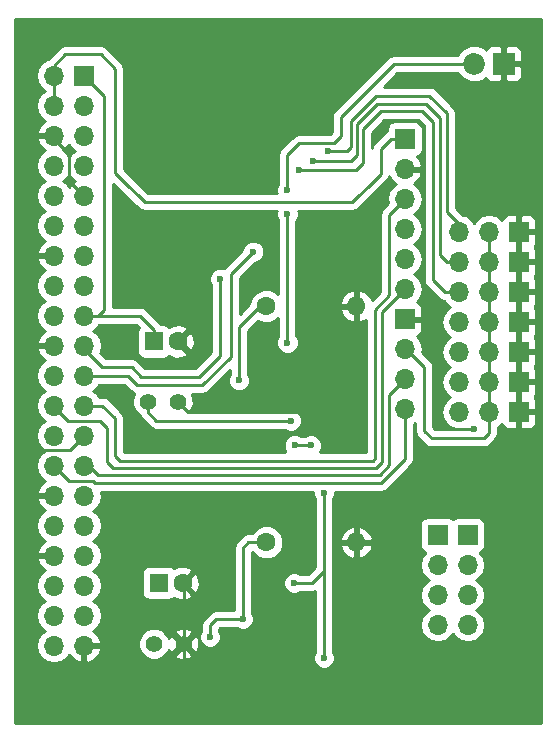
<source format=gbr>
G04 #@! TF.FileFunction,Copper,L2,Bot,Signal*
%FSLAX46Y46*%
G04 Gerber Fmt 4.6, Leading zero omitted, Abs format (unit mm)*
G04 Created by KiCad (PCBNEW 4.0.7) date 08/31/18 00:13:05*
%MOMM*%
%LPD*%
G01*
G04 APERTURE LIST*
%ADD10C,0.150000*%
%ADD11C,1.400000*%
%ADD12R,1.600000X1.600000*%
%ADD13C,1.600000*%
%ADD14R,1.700000X1.700000*%
%ADD15O,1.700000X1.700000*%
%ADD16R,1.850000X1.850000*%
%ADD17C,1.850000*%
%ADD18O,1.600000X1.600000*%
%ADD19C,0.600000*%
%ADD20C,0.250000*%
%ADD21C,0.254000*%
G04 APERTURE END LIST*
D10*
D11*
X121000000Y-108100000D03*
X123500000Y-108100000D03*
D12*
X121920000Y-123444000D03*
D13*
X123920000Y-123444000D03*
D14*
X115570000Y-80490000D03*
D15*
X113030000Y-80490000D03*
X115570000Y-83030000D03*
X113030000Y-83030000D03*
X115570000Y-85570000D03*
X113030000Y-85570000D03*
X115570000Y-88110000D03*
X113030000Y-88110000D03*
X115570000Y-90650000D03*
X113030000Y-90650000D03*
X115570000Y-93190000D03*
X113030000Y-93190000D03*
X115570000Y-95730000D03*
X113030000Y-95730000D03*
X115570000Y-98270000D03*
X113030000Y-98270000D03*
X115570000Y-100810000D03*
X113030000Y-100810000D03*
X115570000Y-103350000D03*
X113030000Y-103350000D03*
X115570000Y-105890000D03*
X113030000Y-105890000D03*
X115570000Y-108430000D03*
X113030000Y-108430000D03*
X115570000Y-110970000D03*
X113030000Y-110970000D03*
X115570000Y-113510000D03*
X113030000Y-113510000D03*
X115570000Y-116050000D03*
X113030000Y-116050000D03*
X115570000Y-118590000D03*
X113030000Y-118590000D03*
X115570000Y-121130000D03*
X113030000Y-121130000D03*
X115570000Y-123670000D03*
X113030000Y-123670000D03*
X115570000Y-126210000D03*
X113030000Y-126210000D03*
X115570000Y-128750000D03*
X113030000Y-128750000D03*
D12*
X121500000Y-103000000D03*
D13*
X123500000Y-103000000D03*
D11*
X121500000Y-128600000D03*
X124000000Y-128600000D03*
D14*
X142740000Y-101100000D03*
D15*
X142740000Y-103640000D03*
X142740000Y-106180000D03*
X142740000Y-108720000D03*
D14*
X142740000Y-85860000D03*
D15*
X142740000Y-88400000D03*
X142740000Y-90940000D03*
X142740000Y-93480000D03*
X142740000Y-96020000D03*
X142740000Y-98560000D03*
D14*
X152400000Y-93726000D03*
D15*
X149860000Y-93726000D03*
X147320000Y-93726000D03*
D14*
X152400000Y-108966000D03*
D15*
X149860000Y-108966000D03*
X147320000Y-108966000D03*
D14*
X152400000Y-106426000D03*
D15*
X149860000Y-106426000D03*
X147320000Y-106426000D03*
D14*
X152400000Y-96266000D03*
D15*
X149860000Y-96266000D03*
X147320000Y-96266000D03*
D14*
X152400000Y-103886000D03*
D15*
X149860000Y-103886000D03*
X147320000Y-103886000D03*
D14*
X152400000Y-101346000D03*
D15*
X149860000Y-101346000D03*
X147320000Y-101346000D03*
D14*
X152400000Y-98806000D03*
D15*
X149860000Y-98806000D03*
X147320000Y-98806000D03*
D14*
X145510000Y-119380000D03*
D15*
X145510000Y-121920000D03*
X145510000Y-124460000D03*
X145510000Y-127000000D03*
D14*
X148050000Y-119380000D03*
D15*
X148050000Y-121920000D03*
X148050000Y-124460000D03*
X148050000Y-127000000D03*
D16*
X151100000Y-79500000D03*
D17*
X148600000Y-79500000D03*
D13*
X131000000Y-120000000D03*
D18*
X138620000Y-120000000D03*
D13*
X131000000Y-100000000D03*
D18*
X138620000Y-100000000D03*
D19*
X133100000Y-109700000D03*
X148600000Y-110400000D03*
X135000000Y-109000000D03*
X136600000Y-108900000D03*
X133350000Y-125476000D03*
X134874000Y-125222000D03*
X132800000Y-103100000D03*
X132800000Y-92200000D03*
X132800000Y-90200000D03*
X134800000Y-111800000D03*
X133400000Y-111800000D03*
X135900000Y-115800000D03*
X135890000Y-129794000D03*
X133350000Y-123444000D03*
X126238000Y-128016000D03*
X129032000Y-126492000D03*
X127100000Y-97700000D03*
X129900000Y-95400000D03*
X136200000Y-86900000D03*
X133800000Y-88500000D03*
X135000000Y-87700000D03*
X128700000Y-106300000D03*
D20*
X121000000Y-108100000D02*
X121000000Y-109000000D01*
X121700000Y-109700000D02*
X133100000Y-109700000D01*
X121000000Y-109000000D02*
X121700000Y-109700000D01*
X115570000Y-100810000D02*
X116790000Y-100810000D01*
X117300000Y-82220000D02*
X115570000Y-80490000D01*
X117300000Y-100300000D02*
X117300000Y-82220000D01*
X116790000Y-100810000D02*
X117300000Y-100300000D01*
X115570000Y-100810000D02*
X120310000Y-100810000D01*
X121500000Y-102000000D02*
X121500000Y-103000000D01*
X120310000Y-100810000D02*
X121500000Y-102000000D01*
X148600000Y-110400000D02*
X146800000Y-110400000D01*
X115570000Y-110970000D02*
X115570000Y-111030000D01*
X115570000Y-111030000D02*
X114400000Y-112200000D01*
X114400000Y-112200000D02*
X111400000Y-112200000D01*
X124000000Y-128600000D02*
X124000000Y-123524000D01*
X124000000Y-123524000D02*
X123920000Y-123444000D01*
X123500000Y-108100000D02*
X124400000Y-109000000D01*
X136500000Y-109000000D02*
X136600000Y-108900000D01*
X124400000Y-109000000D02*
X135000000Y-109000000D01*
X135000000Y-109000000D02*
X136500000Y-109000000D01*
X124000000Y-128600000D02*
X124000000Y-130136000D01*
X124000000Y-130136000D02*
X124420000Y-130556000D01*
X124420000Y-130556000D02*
X124420000Y-130596000D01*
X115570000Y-110970000D02*
X115570000Y-110998000D01*
X124420000Y-130556000D02*
X124460000Y-130556000D01*
X133350000Y-131064000D02*
X133350000Y-125476000D01*
X132842000Y-131572000D02*
X133350000Y-131064000D01*
X125476000Y-131572000D02*
X132842000Y-131572000D01*
X124460000Y-130556000D02*
X125476000Y-131572000D01*
X115570000Y-128750000D02*
X115570000Y-130048000D01*
X124420000Y-130596000D02*
X124420000Y-130556000D01*
X123444000Y-131572000D02*
X124420000Y-130596000D01*
X117094000Y-131572000D02*
X123444000Y-131572000D01*
X115570000Y-130048000D02*
X117094000Y-131572000D01*
X113030000Y-85570000D02*
X113030000Y-85852000D01*
X113030000Y-85852000D02*
X114300000Y-87122000D01*
X114300000Y-87122000D02*
X114300000Y-89380000D01*
X114300000Y-89380000D02*
X115570000Y-90650000D01*
X133350000Y-125476000D02*
X133604000Y-125222000D01*
X133604000Y-125222000D02*
X134874000Y-125222000D01*
X148600000Y-79500000D02*
X141800000Y-79500000D01*
X132800000Y-98200000D02*
X132800000Y-103100000D01*
X132800000Y-92200000D02*
X132800000Y-98200000D01*
X132800000Y-87200000D02*
X132800000Y-90200000D01*
X133800000Y-86200000D02*
X132800000Y-87200000D01*
X136700000Y-86200000D02*
X133800000Y-86200000D01*
X137300000Y-85600000D02*
X136700000Y-86200000D01*
X137300000Y-84000000D02*
X137300000Y-85600000D01*
X141800000Y-79500000D02*
X137300000Y-84000000D01*
X133400000Y-111800000D02*
X134800000Y-111800000D01*
X135890000Y-122500000D02*
X135890000Y-115810000D01*
X135890000Y-115810000D02*
X135900000Y-115800000D01*
X135890000Y-122428000D02*
X135890000Y-122500000D01*
X135890000Y-122500000D02*
X135890000Y-126746000D01*
X135890000Y-126746000D02*
X135890000Y-129794000D01*
X134874000Y-123444000D02*
X133350000Y-123444000D01*
X135890000Y-122428000D02*
X134874000Y-123444000D01*
X129032000Y-126492000D02*
X129032000Y-120468000D01*
X129500000Y-120000000D02*
X131000000Y-120000000D01*
X129032000Y-120468000D02*
X129500000Y-120000000D01*
X126492000Y-126746000D02*
X126238000Y-127000000D01*
X126746000Y-126492000D02*
X126492000Y-126746000D01*
X129032000Y-126492000D02*
X126746000Y-126492000D01*
X126238000Y-127000000D02*
X126238000Y-128016000D01*
X120200000Y-90700000D02*
X120700000Y-91200000D01*
X138800000Y-90700000D02*
X139700000Y-89800000D01*
X113030000Y-79670000D02*
X114000000Y-78700000D01*
X141540000Y-85860000D02*
X142740000Y-85860000D01*
X140700000Y-86700000D02*
X141540000Y-85860000D01*
X140700000Y-88800000D02*
X140700000Y-86700000D01*
X139700000Y-89800000D02*
X140700000Y-88800000D01*
X118200000Y-88700000D02*
X119300000Y-89800000D01*
X118200000Y-79900000D02*
X118200000Y-88700000D01*
X117000000Y-78700000D02*
X118200000Y-79900000D01*
X114000000Y-78700000D02*
X117000000Y-78700000D01*
X119300000Y-89800000D02*
X120200000Y-90700000D01*
X138300000Y-91200000D02*
X138800000Y-90700000D01*
X120700000Y-91200000D02*
X138300000Y-91200000D01*
X113030000Y-80490000D02*
X113030000Y-79670000D01*
X113030000Y-83030000D02*
X113030000Y-80490000D01*
X142740000Y-85860000D02*
X143060000Y-85860000D01*
X149860000Y-96012000D02*
X149860000Y-93472000D01*
X149860000Y-98552000D02*
X149860000Y-96012000D01*
X149860000Y-101092000D02*
X149860000Y-98552000D01*
X149860000Y-103632000D02*
X149860000Y-101092000D01*
X149860000Y-106172000D02*
X149860000Y-103632000D01*
X149860000Y-108712000D02*
X149860000Y-106172000D01*
X142740000Y-103640000D02*
X142840000Y-103640000D01*
X142840000Y-103640000D02*
X144400000Y-105200000D01*
X144400000Y-105200000D02*
X144400000Y-110600000D01*
X144400000Y-110600000D02*
X145000000Y-111200000D01*
X145000000Y-111200000D02*
X149400000Y-111200000D01*
X149400000Y-111200000D02*
X149860000Y-110740000D01*
X149860000Y-110740000D02*
X149860000Y-108712000D01*
X115570000Y-113510000D02*
X116010002Y-113510000D01*
X116010002Y-113510000D02*
X116800000Y-114299998D01*
X116800000Y-114299998D02*
X140600002Y-114299998D01*
X140600002Y-114299998D02*
X141400000Y-113500000D01*
X141400000Y-113500000D02*
X141400000Y-107520000D01*
X141400000Y-107520000D02*
X142740000Y-106180000D01*
X114300000Y-114800000D02*
X116300000Y-114800000D01*
X140900000Y-114800000D02*
X142740000Y-112960000D01*
X142740000Y-108720000D02*
X142740000Y-112960000D01*
X114300000Y-114800000D02*
X113030000Y-113530000D01*
X140700000Y-115000000D02*
X140900000Y-114800000D01*
X116500000Y-115000000D02*
X140700000Y-115000000D01*
X116300000Y-114800000D02*
X116500000Y-115000000D01*
X113030000Y-113510000D02*
X113030000Y-113530000D01*
X113030000Y-113510000D02*
X113030000Y-114046000D01*
X115570000Y-108430000D02*
X117130000Y-108430000D01*
X141400000Y-92280000D02*
X142740000Y-90940000D01*
X141400000Y-99100000D02*
X141400000Y-92280000D01*
X140200000Y-100300000D02*
X141400000Y-99100000D01*
X140200000Y-112899998D02*
X140200000Y-100300000D01*
X139999998Y-113100000D02*
X140200000Y-112899998D01*
X118600000Y-113100000D02*
X139999998Y-113100000D01*
X118200000Y-112700000D02*
X118600000Y-113100000D01*
X118200000Y-109500000D02*
X118200000Y-112700000D01*
X117130000Y-108430000D02*
X118200000Y-109500000D01*
X115570000Y-103350000D02*
X115570000Y-103670000D01*
X115570000Y-103670000D02*
X117100000Y-105200000D01*
X117100000Y-105200000D02*
X119600000Y-105200000D01*
X119600000Y-105200000D02*
X120400000Y-106000000D01*
X120400000Y-106000000D02*
X125300000Y-106000000D01*
X125300000Y-106000000D02*
X127100000Y-104200000D01*
X127100000Y-104200000D02*
X127100000Y-97700000D01*
X129900000Y-95400000D02*
X128000000Y-97300000D01*
X115570000Y-105890000D02*
X119290000Y-105890000D01*
X128000000Y-104300000D02*
X128000000Y-97300000D01*
X125600000Y-106700000D02*
X128000000Y-104300000D01*
X120100000Y-106700000D02*
X125600000Y-106700000D01*
X119290000Y-105890000D02*
X120100000Y-106700000D01*
X113030000Y-108430000D02*
X113030000Y-108530000D01*
X113030000Y-108530000D02*
X114200000Y-109700000D01*
X140800000Y-100500000D02*
X142740000Y-98560000D01*
X140800000Y-113200000D02*
X140800000Y-100500000D01*
X140300000Y-113700000D02*
X140800000Y-113200000D01*
X118000000Y-113700000D02*
X140300000Y-113700000D01*
X117500000Y-113200000D02*
X118000000Y-113700000D01*
X117500000Y-110300000D02*
X117500000Y-113200000D01*
X116900000Y-109700000D02*
X117500000Y-110300000D01*
X114200000Y-109700000D02*
X116900000Y-109700000D01*
X113030000Y-108430000D02*
X113030000Y-108458000D01*
X147320000Y-93726000D02*
X147320000Y-93020000D01*
X147320000Y-93020000D02*
X146300000Y-92000000D01*
X146300000Y-92000000D02*
X146300000Y-83700000D01*
X146300000Y-83700000D02*
X144800000Y-82200000D01*
X144800000Y-82200000D02*
X140300000Y-82200000D01*
X140300000Y-82200000D02*
X138199996Y-84300004D01*
X138199996Y-84300004D02*
X138199996Y-86500004D01*
X138199996Y-86500004D02*
X137800000Y-86900000D01*
X137800000Y-86900000D02*
X136200000Y-86900000D01*
X147320000Y-98806000D02*
X146106000Y-98806000D01*
X138600000Y-88500000D02*
X133800000Y-88500000D01*
X139200000Y-87900000D02*
X138600000Y-88500000D01*
X139200000Y-85000000D02*
X139200000Y-87900000D01*
X140700000Y-83500000D02*
X139200000Y-85000000D01*
X144200000Y-83500000D02*
X140700000Y-83500000D01*
X145100000Y-84400000D02*
X144200000Y-83500000D01*
X145100000Y-97800000D02*
X145100000Y-84400000D01*
X146106000Y-98806000D02*
X145100000Y-97800000D01*
X147320000Y-96266000D02*
X146266000Y-96266000D01*
X138200000Y-87700000D02*
X135000000Y-87700000D01*
X138699998Y-87200002D02*
X138200000Y-87700000D01*
X138699998Y-84600002D02*
X138699998Y-87200002D01*
X140400000Y-82900000D02*
X138699998Y-84600002D01*
X144500000Y-82900000D02*
X140400000Y-82900000D01*
X145700000Y-84100000D02*
X144500000Y-82900000D01*
X145700000Y-95700000D02*
X145700000Y-84100000D01*
X146266000Y-96266000D02*
X145700000Y-95700000D01*
X131000000Y-100000000D02*
X130500000Y-100000000D01*
X130500000Y-100000000D02*
X128700000Y-101800000D01*
X128700000Y-101800000D02*
X128700000Y-106300000D01*
D21*
G36*
X154290000Y-135290000D02*
X109710000Y-135290000D01*
X109710000Y-80490000D01*
X111515907Y-80490000D01*
X111628946Y-81058285D01*
X111950853Y-81540054D01*
X112270000Y-81753301D01*
X112270000Y-81766699D01*
X111950853Y-81979946D01*
X111628946Y-82461715D01*
X111515907Y-83030000D01*
X111628946Y-83598285D01*
X111950853Y-84080054D01*
X112291553Y-84307702D01*
X112148642Y-84374817D01*
X111758355Y-84803076D01*
X111588524Y-85213110D01*
X111709845Y-85443000D01*
X112903000Y-85443000D01*
X112903000Y-85423000D01*
X113157000Y-85423000D01*
X113157000Y-85443000D01*
X113177000Y-85443000D01*
X113177000Y-85697000D01*
X113157000Y-85697000D01*
X113157000Y-85717000D01*
X112903000Y-85717000D01*
X112903000Y-85697000D01*
X111709845Y-85697000D01*
X111588524Y-85926890D01*
X111758355Y-86336924D01*
X112148642Y-86765183D01*
X112291553Y-86832298D01*
X111950853Y-87059946D01*
X111628946Y-87541715D01*
X111515907Y-88110000D01*
X111628946Y-88678285D01*
X111950853Y-89160054D01*
X112280026Y-89380000D01*
X111950853Y-89599946D01*
X111628946Y-90081715D01*
X111515907Y-90650000D01*
X111628946Y-91218285D01*
X111950853Y-91700054D01*
X112280026Y-91920000D01*
X111950853Y-92139946D01*
X111628946Y-92621715D01*
X111515907Y-93190000D01*
X111628946Y-93758285D01*
X111950853Y-94240054D01*
X112291553Y-94467702D01*
X112148642Y-94534817D01*
X111758355Y-94963076D01*
X111588524Y-95373110D01*
X111709845Y-95603000D01*
X112903000Y-95603000D01*
X112903000Y-95583000D01*
X113157000Y-95583000D01*
X113157000Y-95603000D01*
X113177000Y-95603000D01*
X113177000Y-95857000D01*
X113157000Y-95857000D01*
X113157000Y-95877000D01*
X112903000Y-95877000D01*
X112903000Y-95857000D01*
X111709845Y-95857000D01*
X111588524Y-96086890D01*
X111758355Y-96496924D01*
X112148642Y-96925183D01*
X112291553Y-96992298D01*
X111950853Y-97219946D01*
X111628946Y-97701715D01*
X111515907Y-98270000D01*
X111628946Y-98838285D01*
X111950853Y-99320054D01*
X112280026Y-99540000D01*
X111950853Y-99759946D01*
X111628946Y-100241715D01*
X111515907Y-100810000D01*
X111628946Y-101378285D01*
X111950853Y-101860054D01*
X112291553Y-102087702D01*
X112148642Y-102154817D01*
X111758355Y-102583076D01*
X111588524Y-102993110D01*
X111709845Y-103223000D01*
X112903000Y-103223000D01*
X112903000Y-103203000D01*
X113157000Y-103203000D01*
X113157000Y-103223000D01*
X113177000Y-103223000D01*
X113177000Y-103477000D01*
X113157000Y-103477000D01*
X113157000Y-103497000D01*
X112903000Y-103497000D01*
X112903000Y-103477000D01*
X111709845Y-103477000D01*
X111588524Y-103706890D01*
X111758355Y-104116924D01*
X112148642Y-104545183D01*
X112291553Y-104612298D01*
X111950853Y-104839946D01*
X111628946Y-105321715D01*
X111515907Y-105890000D01*
X111628946Y-106458285D01*
X111950853Y-106940054D01*
X112280026Y-107160000D01*
X111950853Y-107379946D01*
X111628946Y-107861715D01*
X111515907Y-108430000D01*
X111628946Y-108998285D01*
X111950853Y-109480054D01*
X112280026Y-109700000D01*
X111950853Y-109919946D01*
X111628946Y-110401715D01*
X111515907Y-110970000D01*
X111628946Y-111538285D01*
X111950853Y-112020054D01*
X112280026Y-112240000D01*
X111950853Y-112459946D01*
X111628946Y-112941715D01*
X111515907Y-113510000D01*
X111628946Y-114078285D01*
X111950853Y-114560054D01*
X112291553Y-114787702D01*
X112148642Y-114854817D01*
X111758355Y-115283076D01*
X111588524Y-115693110D01*
X111709845Y-115923000D01*
X112903000Y-115923000D01*
X112903000Y-115903000D01*
X113157000Y-115903000D01*
X113157000Y-115923000D01*
X113177000Y-115923000D01*
X113177000Y-116177000D01*
X113157000Y-116177000D01*
X113157000Y-116197000D01*
X112903000Y-116197000D01*
X112903000Y-116177000D01*
X111709845Y-116177000D01*
X111588524Y-116406890D01*
X111758355Y-116816924D01*
X112148642Y-117245183D01*
X112291553Y-117312298D01*
X111950853Y-117539946D01*
X111628946Y-118021715D01*
X111515907Y-118590000D01*
X111628946Y-119158285D01*
X111950853Y-119640054D01*
X112291553Y-119867702D01*
X112148642Y-119934817D01*
X111758355Y-120363076D01*
X111588524Y-120773110D01*
X111709845Y-121003000D01*
X112903000Y-121003000D01*
X112903000Y-120983000D01*
X113157000Y-120983000D01*
X113157000Y-121003000D01*
X113177000Y-121003000D01*
X113177000Y-121257000D01*
X113157000Y-121257000D01*
X113157000Y-121277000D01*
X112903000Y-121277000D01*
X112903000Y-121257000D01*
X111709845Y-121257000D01*
X111588524Y-121486890D01*
X111758355Y-121896924D01*
X112148642Y-122325183D01*
X112291553Y-122392298D01*
X111950853Y-122619946D01*
X111628946Y-123101715D01*
X111515907Y-123670000D01*
X111628946Y-124238285D01*
X111950853Y-124720054D01*
X112280026Y-124940000D01*
X111950853Y-125159946D01*
X111628946Y-125641715D01*
X111515907Y-126210000D01*
X111628946Y-126778285D01*
X111950853Y-127260054D01*
X112280026Y-127480000D01*
X111950853Y-127699946D01*
X111628946Y-128181715D01*
X111515907Y-128750000D01*
X111628946Y-129318285D01*
X111950853Y-129800054D01*
X112432622Y-130121961D01*
X113000907Y-130235000D01*
X113059093Y-130235000D01*
X113627378Y-130121961D01*
X114109147Y-129800054D01*
X114298345Y-129516899D01*
X114298355Y-129516924D01*
X114688642Y-129945183D01*
X115213108Y-130191486D01*
X115443000Y-130070819D01*
X115443000Y-128877000D01*
X115697000Y-128877000D01*
X115697000Y-130070819D01*
X115926892Y-130191486D01*
X116451358Y-129945183D01*
X116841645Y-129516924D01*
X117011476Y-129106890D01*
X116890155Y-128877000D01*
X115697000Y-128877000D01*
X115443000Y-128877000D01*
X115423000Y-128877000D01*
X115423000Y-128864383D01*
X120164769Y-128864383D01*
X120367582Y-129355229D01*
X120742796Y-129731098D01*
X121233287Y-129934768D01*
X121764383Y-129935231D01*
X122255229Y-129732418D01*
X122452716Y-129535275D01*
X123244331Y-129535275D01*
X123306169Y-129771042D01*
X123807122Y-129947419D01*
X124337440Y-129918664D01*
X124693831Y-129771042D01*
X124755669Y-129535275D01*
X124000000Y-128779605D01*
X123244331Y-129535275D01*
X122452716Y-129535275D01*
X122631098Y-129357204D01*
X122743291Y-129087013D01*
X122828958Y-129293831D01*
X123064725Y-129355669D01*
X123820395Y-128600000D01*
X124179605Y-128600000D01*
X124935275Y-129355669D01*
X125171042Y-129293831D01*
X125347419Y-128792878D01*
X125318664Y-128262560D01*
X125293235Y-128201167D01*
X125302838Y-128201167D01*
X125444883Y-128544943D01*
X125707673Y-128808192D01*
X126051201Y-128950838D01*
X126423167Y-128951162D01*
X126766943Y-128809117D01*
X127030192Y-128546327D01*
X127172838Y-128202799D01*
X127173162Y-127830833D01*
X127031117Y-127487057D01*
X126998000Y-127453882D01*
X126998000Y-127314802D01*
X127060802Y-127252000D01*
X128469537Y-127252000D01*
X128501673Y-127284192D01*
X128845201Y-127426838D01*
X129217167Y-127427162D01*
X129560943Y-127285117D01*
X129824192Y-127022327D01*
X129966838Y-126678799D01*
X129967162Y-126306833D01*
X129825117Y-125963057D01*
X129792000Y-125929882D01*
X129792000Y-120821059D01*
X130186077Y-121215824D01*
X130713309Y-121434750D01*
X131284187Y-121435248D01*
X131811800Y-121217243D01*
X132215824Y-120813923D01*
X132434750Y-120286691D01*
X132435248Y-119715813D01*
X132217243Y-119188200D01*
X131813923Y-118784176D01*
X131286691Y-118565250D01*
X130715813Y-118564752D01*
X130188200Y-118782757D01*
X129784176Y-119186077D01*
X129761785Y-119240000D01*
X129500000Y-119240000D01*
X129209161Y-119297852D01*
X128962599Y-119462599D01*
X128494599Y-119930599D01*
X128329852Y-120177161D01*
X128272000Y-120468000D01*
X128272000Y-125732000D01*
X126746000Y-125732000D01*
X126455160Y-125789852D01*
X126208599Y-125954599D01*
X125700599Y-126462599D01*
X125535852Y-126709161D01*
X125478000Y-127000000D01*
X125478000Y-127453537D01*
X125445808Y-127485673D01*
X125303162Y-127829201D01*
X125302838Y-128201167D01*
X125293235Y-128201167D01*
X125171042Y-127906169D01*
X124935275Y-127844331D01*
X124179605Y-128600000D01*
X123820395Y-128600000D01*
X123064725Y-127844331D01*
X122828958Y-127906169D01*
X122750207Y-128129842D01*
X122632418Y-127844771D01*
X122452686Y-127664725D01*
X123244331Y-127664725D01*
X124000000Y-128420395D01*
X124755669Y-127664725D01*
X124693831Y-127428958D01*
X124192878Y-127252581D01*
X123662560Y-127281336D01*
X123306169Y-127428958D01*
X123244331Y-127664725D01*
X122452686Y-127664725D01*
X122257204Y-127468902D01*
X121766713Y-127265232D01*
X121235617Y-127264769D01*
X120744771Y-127467582D01*
X120368902Y-127842796D01*
X120165232Y-128333287D01*
X120164769Y-128864383D01*
X115423000Y-128864383D01*
X115423000Y-128623000D01*
X115443000Y-128623000D01*
X115443000Y-128603000D01*
X115697000Y-128603000D01*
X115697000Y-128623000D01*
X116890155Y-128623000D01*
X117011476Y-128393110D01*
X116841645Y-127983076D01*
X116451358Y-127554817D01*
X116308447Y-127487702D01*
X116649147Y-127260054D01*
X116971054Y-126778285D01*
X117084093Y-126210000D01*
X116971054Y-125641715D01*
X116649147Y-125159946D01*
X116319974Y-124940000D01*
X116649147Y-124720054D01*
X116971054Y-124238285D01*
X117084093Y-123670000D01*
X116971054Y-123101715D01*
X116665220Y-122644000D01*
X120472560Y-122644000D01*
X120472560Y-124244000D01*
X120516838Y-124479317D01*
X120655910Y-124695441D01*
X120868110Y-124840431D01*
X121120000Y-124891440D01*
X122720000Y-124891440D01*
X122955317Y-124847162D01*
X123171441Y-124708090D01*
X123175977Y-124701452D01*
X123703223Y-124890965D01*
X124273454Y-124863778D01*
X124674005Y-124697864D01*
X124748139Y-124451745D01*
X123920000Y-123623605D01*
X123905858Y-123637748D01*
X123726253Y-123458143D01*
X123740395Y-123444000D01*
X124099605Y-123444000D01*
X124927745Y-124272139D01*
X125173864Y-124198005D01*
X125366965Y-123660777D01*
X125339778Y-123090546D01*
X125173864Y-122689995D01*
X124927745Y-122615861D01*
X124099605Y-123444000D01*
X123740395Y-123444000D01*
X123726253Y-123429858D01*
X123905858Y-123250252D01*
X123920000Y-123264395D01*
X124748139Y-122436255D01*
X124674005Y-122190136D01*
X124136777Y-121997035D01*
X123566546Y-122024222D01*
X123175053Y-122186384D01*
X122971890Y-122047569D01*
X122720000Y-121996560D01*
X121120000Y-121996560D01*
X120884683Y-122040838D01*
X120668559Y-122179910D01*
X120523569Y-122392110D01*
X120472560Y-122644000D01*
X116665220Y-122644000D01*
X116649147Y-122619946D01*
X116319974Y-122400000D01*
X116649147Y-122180054D01*
X116971054Y-121698285D01*
X117084093Y-121130000D01*
X116971054Y-120561715D01*
X116649147Y-120079946D01*
X116319974Y-119860000D01*
X116649147Y-119640054D01*
X116971054Y-119158285D01*
X117084093Y-118590000D01*
X116971054Y-118021715D01*
X116649147Y-117539946D01*
X116319974Y-117320000D01*
X116649147Y-117100054D01*
X116971054Y-116618285D01*
X117084093Y-116050000D01*
X117026408Y-115760000D01*
X134965034Y-115760000D01*
X134964838Y-115985167D01*
X135106883Y-116328943D01*
X135130000Y-116352100D01*
X135130000Y-122113198D01*
X134559198Y-122684000D01*
X133912463Y-122684000D01*
X133880327Y-122651808D01*
X133536799Y-122509162D01*
X133164833Y-122508838D01*
X132821057Y-122650883D01*
X132557808Y-122913673D01*
X132415162Y-123257201D01*
X132414838Y-123629167D01*
X132556883Y-123972943D01*
X132819673Y-124236192D01*
X133163201Y-124378838D01*
X133535167Y-124379162D01*
X133878943Y-124237117D01*
X133912118Y-124204000D01*
X134874000Y-124204000D01*
X135130000Y-124153078D01*
X135130000Y-129231537D01*
X135097808Y-129263673D01*
X134955162Y-129607201D01*
X134954838Y-129979167D01*
X135096883Y-130322943D01*
X135359673Y-130586192D01*
X135703201Y-130728838D01*
X136075167Y-130729162D01*
X136418943Y-130587117D01*
X136682192Y-130324327D01*
X136824838Y-129980799D01*
X136825162Y-129608833D01*
X136683117Y-129265057D01*
X136650000Y-129231882D01*
X136650000Y-121920000D01*
X143995907Y-121920000D01*
X144108946Y-122488285D01*
X144430853Y-122970054D01*
X144760026Y-123190000D01*
X144430853Y-123409946D01*
X144108946Y-123891715D01*
X143995907Y-124460000D01*
X144108946Y-125028285D01*
X144430853Y-125510054D01*
X144760026Y-125730000D01*
X144430853Y-125949946D01*
X144108946Y-126431715D01*
X143995907Y-127000000D01*
X144108946Y-127568285D01*
X144430853Y-128050054D01*
X144912622Y-128371961D01*
X145480907Y-128485000D01*
X145539093Y-128485000D01*
X146107378Y-128371961D01*
X146589147Y-128050054D01*
X146780000Y-127764422D01*
X146970853Y-128050054D01*
X147452622Y-128371961D01*
X148020907Y-128485000D01*
X148079093Y-128485000D01*
X148647378Y-128371961D01*
X149129147Y-128050054D01*
X149451054Y-127568285D01*
X149564093Y-127000000D01*
X149451054Y-126431715D01*
X149129147Y-125949946D01*
X148799974Y-125730000D01*
X149129147Y-125510054D01*
X149451054Y-125028285D01*
X149564093Y-124460000D01*
X149451054Y-123891715D01*
X149129147Y-123409946D01*
X148799974Y-123190000D01*
X149129147Y-122970054D01*
X149451054Y-122488285D01*
X149564093Y-121920000D01*
X149451054Y-121351715D01*
X149129147Y-120869946D01*
X149087548Y-120842150D01*
X149135317Y-120833162D01*
X149351441Y-120694090D01*
X149496431Y-120481890D01*
X149547440Y-120230000D01*
X149547440Y-118530000D01*
X149503162Y-118294683D01*
X149364090Y-118078559D01*
X149151890Y-117933569D01*
X148900000Y-117882560D01*
X147200000Y-117882560D01*
X146964683Y-117926838D01*
X146777923Y-118047015D01*
X146611890Y-117933569D01*
X146360000Y-117882560D01*
X144660000Y-117882560D01*
X144424683Y-117926838D01*
X144208559Y-118065910D01*
X144063569Y-118278110D01*
X144012560Y-118530000D01*
X144012560Y-120230000D01*
X144056838Y-120465317D01*
X144195910Y-120681441D01*
X144408110Y-120826431D01*
X144475541Y-120840086D01*
X144430853Y-120869946D01*
X144108946Y-121351715D01*
X143995907Y-121920000D01*
X136650000Y-121920000D01*
X136650000Y-120349039D01*
X137228096Y-120349039D01*
X137388959Y-120737423D01*
X137764866Y-121152389D01*
X138270959Y-121391914D01*
X138493000Y-121270629D01*
X138493000Y-120127000D01*
X138747000Y-120127000D01*
X138747000Y-121270629D01*
X138969041Y-121391914D01*
X139475134Y-121152389D01*
X139851041Y-120737423D01*
X140011904Y-120349039D01*
X139889915Y-120127000D01*
X138747000Y-120127000D01*
X138493000Y-120127000D01*
X137350085Y-120127000D01*
X137228096Y-120349039D01*
X136650000Y-120349039D01*
X136650000Y-119650961D01*
X137228096Y-119650961D01*
X137350085Y-119873000D01*
X138493000Y-119873000D01*
X138493000Y-118729371D01*
X138747000Y-118729371D01*
X138747000Y-119873000D01*
X139889915Y-119873000D01*
X140011904Y-119650961D01*
X139851041Y-119262577D01*
X139475134Y-118847611D01*
X138969041Y-118608086D01*
X138747000Y-118729371D01*
X138493000Y-118729371D01*
X138270959Y-118608086D01*
X137764866Y-118847611D01*
X137388959Y-119262577D01*
X137228096Y-119650961D01*
X136650000Y-119650961D01*
X136650000Y-116372445D01*
X136692192Y-116330327D01*
X136834838Y-115986799D01*
X136835036Y-115760000D01*
X140700000Y-115760000D01*
X140990839Y-115702148D01*
X141237401Y-115537401D01*
X143277401Y-113497401D01*
X143442148Y-113250839D01*
X143500000Y-112960000D01*
X143500000Y-109983301D01*
X143640000Y-109889756D01*
X143640000Y-110600000D01*
X143697852Y-110890839D01*
X143862599Y-111137401D01*
X144462599Y-111737401D01*
X144709161Y-111902148D01*
X145000000Y-111960000D01*
X149400000Y-111960000D01*
X149690839Y-111902148D01*
X149937401Y-111737401D01*
X150397401Y-111277401D01*
X150562148Y-111030840D01*
X150620000Y-110740000D01*
X150620000Y-110238954D01*
X150910054Y-110045147D01*
X150939403Y-110001223D01*
X151011673Y-110175698D01*
X151190301Y-110354327D01*
X151423690Y-110451000D01*
X152114250Y-110451000D01*
X152273000Y-110292250D01*
X152273000Y-109093000D01*
X152527000Y-109093000D01*
X152527000Y-110292250D01*
X152685750Y-110451000D01*
X153376310Y-110451000D01*
X153609699Y-110354327D01*
X153788327Y-110175698D01*
X153885000Y-109942309D01*
X153885000Y-109251750D01*
X153726250Y-109093000D01*
X152527000Y-109093000D01*
X152273000Y-109093000D01*
X152253000Y-109093000D01*
X152253000Y-108839000D01*
X152273000Y-108839000D01*
X152273000Y-106553000D01*
X152527000Y-106553000D01*
X152527000Y-108839000D01*
X153726250Y-108839000D01*
X153885000Y-108680250D01*
X153885000Y-107989691D01*
X153788327Y-107756302D01*
X153728025Y-107696000D01*
X153788327Y-107635698D01*
X153885000Y-107402309D01*
X153885000Y-106711750D01*
X153726250Y-106553000D01*
X152527000Y-106553000D01*
X152273000Y-106553000D01*
X152253000Y-106553000D01*
X152253000Y-106299000D01*
X152273000Y-106299000D01*
X152273000Y-104013000D01*
X152527000Y-104013000D01*
X152527000Y-106299000D01*
X153726250Y-106299000D01*
X153885000Y-106140250D01*
X153885000Y-105449691D01*
X153788327Y-105216302D01*
X153728025Y-105156000D01*
X153788327Y-105095698D01*
X153885000Y-104862309D01*
X153885000Y-104171750D01*
X153726250Y-104013000D01*
X152527000Y-104013000D01*
X152273000Y-104013000D01*
X152253000Y-104013000D01*
X152253000Y-103759000D01*
X152273000Y-103759000D01*
X152273000Y-101473000D01*
X152527000Y-101473000D01*
X152527000Y-103759000D01*
X153726250Y-103759000D01*
X153885000Y-103600250D01*
X153885000Y-102909691D01*
X153788327Y-102676302D01*
X153728025Y-102616000D01*
X153788327Y-102555698D01*
X153885000Y-102322309D01*
X153885000Y-101631750D01*
X153726250Y-101473000D01*
X152527000Y-101473000D01*
X152273000Y-101473000D01*
X152253000Y-101473000D01*
X152253000Y-101219000D01*
X152273000Y-101219000D01*
X152273000Y-98933000D01*
X152527000Y-98933000D01*
X152527000Y-101219000D01*
X153726250Y-101219000D01*
X153885000Y-101060250D01*
X153885000Y-100369691D01*
X153788327Y-100136302D01*
X153728025Y-100076000D01*
X153788327Y-100015698D01*
X153885000Y-99782309D01*
X153885000Y-99091750D01*
X153726250Y-98933000D01*
X152527000Y-98933000D01*
X152273000Y-98933000D01*
X152253000Y-98933000D01*
X152253000Y-98679000D01*
X152273000Y-98679000D01*
X152273000Y-96393000D01*
X152527000Y-96393000D01*
X152527000Y-98679000D01*
X153726250Y-98679000D01*
X153885000Y-98520250D01*
X153885000Y-97829691D01*
X153788327Y-97596302D01*
X153728025Y-97536000D01*
X153788327Y-97475698D01*
X153885000Y-97242309D01*
X153885000Y-96551750D01*
X153726250Y-96393000D01*
X152527000Y-96393000D01*
X152273000Y-96393000D01*
X152253000Y-96393000D01*
X152253000Y-96139000D01*
X152273000Y-96139000D01*
X152273000Y-93853000D01*
X152527000Y-93853000D01*
X152527000Y-96139000D01*
X153726250Y-96139000D01*
X153885000Y-95980250D01*
X153885000Y-95289691D01*
X153788327Y-95056302D01*
X153728025Y-94996000D01*
X153788327Y-94935698D01*
X153885000Y-94702309D01*
X153885000Y-94011750D01*
X153726250Y-93853000D01*
X152527000Y-93853000D01*
X152273000Y-93853000D01*
X152253000Y-93853000D01*
X152253000Y-93599000D01*
X152273000Y-93599000D01*
X152273000Y-92399750D01*
X152527000Y-92399750D01*
X152527000Y-93599000D01*
X153726250Y-93599000D01*
X153885000Y-93440250D01*
X153885000Y-92749691D01*
X153788327Y-92516302D01*
X153609699Y-92337673D01*
X153376310Y-92241000D01*
X152685750Y-92241000D01*
X152527000Y-92399750D01*
X152273000Y-92399750D01*
X152114250Y-92241000D01*
X151423690Y-92241000D01*
X151190301Y-92337673D01*
X151011673Y-92516302D01*
X150939403Y-92690777D01*
X150910054Y-92646853D01*
X150428285Y-92324946D01*
X149860000Y-92211907D01*
X149291715Y-92324946D01*
X148809946Y-92646853D01*
X148590000Y-92976026D01*
X148370054Y-92646853D01*
X147888285Y-92324946D01*
X147652934Y-92278132D01*
X147060000Y-91685198D01*
X147060000Y-83700000D01*
X147040536Y-83602148D01*
X147002148Y-83409160D01*
X146837401Y-83162599D01*
X145337401Y-81662599D01*
X145090839Y-81497852D01*
X144800000Y-81440000D01*
X140934802Y-81440000D01*
X142114802Y-80260000D01*
X147226103Y-80260000D01*
X147276725Y-80382514D01*
X147715177Y-80821732D01*
X148288336Y-81059728D01*
X148908942Y-81060270D01*
X149482514Y-80823275D01*
X149602881Y-80703118D01*
X149636673Y-80784699D01*
X149815302Y-80963327D01*
X150048691Y-81060000D01*
X150814250Y-81060000D01*
X150973000Y-80901250D01*
X150973000Y-79627000D01*
X151227000Y-79627000D01*
X151227000Y-80901250D01*
X151385750Y-81060000D01*
X152151309Y-81060000D01*
X152384698Y-80963327D01*
X152563327Y-80784699D01*
X152660000Y-80551310D01*
X152660000Y-79785750D01*
X152501250Y-79627000D01*
X151227000Y-79627000D01*
X150973000Y-79627000D01*
X150953000Y-79627000D01*
X150953000Y-79373000D01*
X150973000Y-79373000D01*
X150973000Y-78098750D01*
X151227000Y-78098750D01*
X151227000Y-79373000D01*
X152501250Y-79373000D01*
X152660000Y-79214250D01*
X152660000Y-78448690D01*
X152563327Y-78215301D01*
X152384698Y-78036673D01*
X152151309Y-77940000D01*
X151385750Y-77940000D01*
X151227000Y-78098750D01*
X150973000Y-78098750D01*
X150814250Y-77940000D01*
X150048691Y-77940000D01*
X149815302Y-78036673D01*
X149636673Y-78215301D01*
X149602983Y-78296635D01*
X149484823Y-78178268D01*
X148911664Y-77940272D01*
X148291058Y-77939730D01*
X147717486Y-78176725D01*
X147278268Y-78615177D01*
X147226437Y-78740000D01*
X141800000Y-78740000D01*
X141509161Y-78797852D01*
X141262599Y-78962599D01*
X136762599Y-83462599D01*
X136597852Y-83709161D01*
X136540000Y-84000000D01*
X136540000Y-85285198D01*
X136385198Y-85440000D01*
X133800000Y-85440000D01*
X133509161Y-85497852D01*
X133262599Y-85662599D01*
X132262599Y-86662599D01*
X132097852Y-86909161D01*
X132040000Y-87200000D01*
X132040000Y-89637537D01*
X132007808Y-89669673D01*
X131865162Y-90013201D01*
X131864838Y-90385167D01*
X131887494Y-90440000D01*
X121014802Y-90440000D01*
X118960000Y-88385198D01*
X118960000Y-79900000D01*
X118908282Y-79640000D01*
X118902148Y-79609160D01*
X118737401Y-79362599D01*
X117537401Y-78162599D01*
X117290839Y-77997852D01*
X117000000Y-77940000D01*
X114000000Y-77940000D01*
X113709161Y-77997852D01*
X113462599Y-78162599D01*
X112525667Y-79099531D01*
X112432622Y-79118039D01*
X111950853Y-79439946D01*
X111628946Y-79921715D01*
X111515907Y-80490000D01*
X109710000Y-80490000D01*
X109710000Y-75710000D01*
X154290000Y-75710000D01*
X154290000Y-135290000D01*
X154290000Y-135290000D01*
G37*
X154290000Y-135290000D02*
X109710000Y-135290000D01*
X109710000Y-80490000D01*
X111515907Y-80490000D01*
X111628946Y-81058285D01*
X111950853Y-81540054D01*
X112270000Y-81753301D01*
X112270000Y-81766699D01*
X111950853Y-81979946D01*
X111628946Y-82461715D01*
X111515907Y-83030000D01*
X111628946Y-83598285D01*
X111950853Y-84080054D01*
X112291553Y-84307702D01*
X112148642Y-84374817D01*
X111758355Y-84803076D01*
X111588524Y-85213110D01*
X111709845Y-85443000D01*
X112903000Y-85443000D01*
X112903000Y-85423000D01*
X113157000Y-85423000D01*
X113157000Y-85443000D01*
X113177000Y-85443000D01*
X113177000Y-85697000D01*
X113157000Y-85697000D01*
X113157000Y-85717000D01*
X112903000Y-85717000D01*
X112903000Y-85697000D01*
X111709845Y-85697000D01*
X111588524Y-85926890D01*
X111758355Y-86336924D01*
X112148642Y-86765183D01*
X112291553Y-86832298D01*
X111950853Y-87059946D01*
X111628946Y-87541715D01*
X111515907Y-88110000D01*
X111628946Y-88678285D01*
X111950853Y-89160054D01*
X112280026Y-89380000D01*
X111950853Y-89599946D01*
X111628946Y-90081715D01*
X111515907Y-90650000D01*
X111628946Y-91218285D01*
X111950853Y-91700054D01*
X112280026Y-91920000D01*
X111950853Y-92139946D01*
X111628946Y-92621715D01*
X111515907Y-93190000D01*
X111628946Y-93758285D01*
X111950853Y-94240054D01*
X112291553Y-94467702D01*
X112148642Y-94534817D01*
X111758355Y-94963076D01*
X111588524Y-95373110D01*
X111709845Y-95603000D01*
X112903000Y-95603000D01*
X112903000Y-95583000D01*
X113157000Y-95583000D01*
X113157000Y-95603000D01*
X113177000Y-95603000D01*
X113177000Y-95857000D01*
X113157000Y-95857000D01*
X113157000Y-95877000D01*
X112903000Y-95877000D01*
X112903000Y-95857000D01*
X111709845Y-95857000D01*
X111588524Y-96086890D01*
X111758355Y-96496924D01*
X112148642Y-96925183D01*
X112291553Y-96992298D01*
X111950853Y-97219946D01*
X111628946Y-97701715D01*
X111515907Y-98270000D01*
X111628946Y-98838285D01*
X111950853Y-99320054D01*
X112280026Y-99540000D01*
X111950853Y-99759946D01*
X111628946Y-100241715D01*
X111515907Y-100810000D01*
X111628946Y-101378285D01*
X111950853Y-101860054D01*
X112291553Y-102087702D01*
X112148642Y-102154817D01*
X111758355Y-102583076D01*
X111588524Y-102993110D01*
X111709845Y-103223000D01*
X112903000Y-103223000D01*
X112903000Y-103203000D01*
X113157000Y-103203000D01*
X113157000Y-103223000D01*
X113177000Y-103223000D01*
X113177000Y-103477000D01*
X113157000Y-103477000D01*
X113157000Y-103497000D01*
X112903000Y-103497000D01*
X112903000Y-103477000D01*
X111709845Y-103477000D01*
X111588524Y-103706890D01*
X111758355Y-104116924D01*
X112148642Y-104545183D01*
X112291553Y-104612298D01*
X111950853Y-104839946D01*
X111628946Y-105321715D01*
X111515907Y-105890000D01*
X111628946Y-106458285D01*
X111950853Y-106940054D01*
X112280026Y-107160000D01*
X111950853Y-107379946D01*
X111628946Y-107861715D01*
X111515907Y-108430000D01*
X111628946Y-108998285D01*
X111950853Y-109480054D01*
X112280026Y-109700000D01*
X111950853Y-109919946D01*
X111628946Y-110401715D01*
X111515907Y-110970000D01*
X111628946Y-111538285D01*
X111950853Y-112020054D01*
X112280026Y-112240000D01*
X111950853Y-112459946D01*
X111628946Y-112941715D01*
X111515907Y-113510000D01*
X111628946Y-114078285D01*
X111950853Y-114560054D01*
X112291553Y-114787702D01*
X112148642Y-114854817D01*
X111758355Y-115283076D01*
X111588524Y-115693110D01*
X111709845Y-115923000D01*
X112903000Y-115923000D01*
X112903000Y-115903000D01*
X113157000Y-115903000D01*
X113157000Y-115923000D01*
X113177000Y-115923000D01*
X113177000Y-116177000D01*
X113157000Y-116177000D01*
X113157000Y-116197000D01*
X112903000Y-116197000D01*
X112903000Y-116177000D01*
X111709845Y-116177000D01*
X111588524Y-116406890D01*
X111758355Y-116816924D01*
X112148642Y-117245183D01*
X112291553Y-117312298D01*
X111950853Y-117539946D01*
X111628946Y-118021715D01*
X111515907Y-118590000D01*
X111628946Y-119158285D01*
X111950853Y-119640054D01*
X112291553Y-119867702D01*
X112148642Y-119934817D01*
X111758355Y-120363076D01*
X111588524Y-120773110D01*
X111709845Y-121003000D01*
X112903000Y-121003000D01*
X112903000Y-120983000D01*
X113157000Y-120983000D01*
X113157000Y-121003000D01*
X113177000Y-121003000D01*
X113177000Y-121257000D01*
X113157000Y-121257000D01*
X113157000Y-121277000D01*
X112903000Y-121277000D01*
X112903000Y-121257000D01*
X111709845Y-121257000D01*
X111588524Y-121486890D01*
X111758355Y-121896924D01*
X112148642Y-122325183D01*
X112291553Y-122392298D01*
X111950853Y-122619946D01*
X111628946Y-123101715D01*
X111515907Y-123670000D01*
X111628946Y-124238285D01*
X111950853Y-124720054D01*
X112280026Y-124940000D01*
X111950853Y-125159946D01*
X111628946Y-125641715D01*
X111515907Y-126210000D01*
X111628946Y-126778285D01*
X111950853Y-127260054D01*
X112280026Y-127480000D01*
X111950853Y-127699946D01*
X111628946Y-128181715D01*
X111515907Y-128750000D01*
X111628946Y-129318285D01*
X111950853Y-129800054D01*
X112432622Y-130121961D01*
X113000907Y-130235000D01*
X113059093Y-130235000D01*
X113627378Y-130121961D01*
X114109147Y-129800054D01*
X114298345Y-129516899D01*
X114298355Y-129516924D01*
X114688642Y-129945183D01*
X115213108Y-130191486D01*
X115443000Y-130070819D01*
X115443000Y-128877000D01*
X115697000Y-128877000D01*
X115697000Y-130070819D01*
X115926892Y-130191486D01*
X116451358Y-129945183D01*
X116841645Y-129516924D01*
X117011476Y-129106890D01*
X116890155Y-128877000D01*
X115697000Y-128877000D01*
X115443000Y-128877000D01*
X115423000Y-128877000D01*
X115423000Y-128864383D01*
X120164769Y-128864383D01*
X120367582Y-129355229D01*
X120742796Y-129731098D01*
X121233287Y-129934768D01*
X121764383Y-129935231D01*
X122255229Y-129732418D01*
X122452716Y-129535275D01*
X123244331Y-129535275D01*
X123306169Y-129771042D01*
X123807122Y-129947419D01*
X124337440Y-129918664D01*
X124693831Y-129771042D01*
X124755669Y-129535275D01*
X124000000Y-128779605D01*
X123244331Y-129535275D01*
X122452716Y-129535275D01*
X122631098Y-129357204D01*
X122743291Y-129087013D01*
X122828958Y-129293831D01*
X123064725Y-129355669D01*
X123820395Y-128600000D01*
X124179605Y-128600000D01*
X124935275Y-129355669D01*
X125171042Y-129293831D01*
X125347419Y-128792878D01*
X125318664Y-128262560D01*
X125293235Y-128201167D01*
X125302838Y-128201167D01*
X125444883Y-128544943D01*
X125707673Y-128808192D01*
X126051201Y-128950838D01*
X126423167Y-128951162D01*
X126766943Y-128809117D01*
X127030192Y-128546327D01*
X127172838Y-128202799D01*
X127173162Y-127830833D01*
X127031117Y-127487057D01*
X126998000Y-127453882D01*
X126998000Y-127314802D01*
X127060802Y-127252000D01*
X128469537Y-127252000D01*
X128501673Y-127284192D01*
X128845201Y-127426838D01*
X129217167Y-127427162D01*
X129560943Y-127285117D01*
X129824192Y-127022327D01*
X129966838Y-126678799D01*
X129967162Y-126306833D01*
X129825117Y-125963057D01*
X129792000Y-125929882D01*
X129792000Y-120821059D01*
X130186077Y-121215824D01*
X130713309Y-121434750D01*
X131284187Y-121435248D01*
X131811800Y-121217243D01*
X132215824Y-120813923D01*
X132434750Y-120286691D01*
X132435248Y-119715813D01*
X132217243Y-119188200D01*
X131813923Y-118784176D01*
X131286691Y-118565250D01*
X130715813Y-118564752D01*
X130188200Y-118782757D01*
X129784176Y-119186077D01*
X129761785Y-119240000D01*
X129500000Y-119240000D01*
X129209161Y-119297852D01*
X128962599Y-119462599D01*
X128494599Y-119930599D01*
X128329852Y-120177161D01*
X128272000Y-120468000D01*
X128272000Y-125732000D01*
X126746000Y-125732000D01*
X126455160Y-125789852D01*
X126208599Y-125954599D01*
X125700599Y-126462599D01*
X125535852Y-126709161D01*
X125478000Y-127000000D01*
X125478000Y-127453537D01*
X125445808Y-127485673D01*
X125303162Y-127829201D01*
X125302838Y-128201167D01*
X125293235Y-128201167D01*
X125171042Y-127906169D01*
X124935275Y-127844331D01*
X124179605Y-128600000D01*
X123820395Y-128600000D01*
X123064725Y-127844331D01*
X122828958Y-127906169D01*
X122750207Y-128129842D01*
X122632418Y-127844771D01*
X122452686Y-127664725D01*
X123244331Y-127664725D01*
X124000000Y-128420395D01*
X124755669Y-127664725D01*
X124693831Y-127428958D01*
X124192878Y-127252581D01*
X123662560Y-127281336D01*
X123306169Y-127428958D01*
X123244331Y-127664725D01*
X122452686Y-127664725D01*
X122257204Y-127468902D01*
X121766713Y-127265232D01*
X121235617Y-127264769D01*
X120744771Y-127467582D01*
X120368902Y-127842796D01*
X120165232Y-128333287D01*
X120164769Y-128864383D01*
X115423000Y-128864383D01*
X115423000Y-128623000D01*
X115443000Y-128623000D01*
X115443000Y-128603000D01*
X115697000Y-128603000D01*
X115697000Y-128623000D01*
X116890155Y-128623000D01*
X117011476Y-128393110D01*
X116841645Y-127983076D01*
X116451358Y-127554817D01*
X116308447Y-127487702D01*
X116649147Y-127260054D01*
X116971054Y-126778285D01*
X117084093Y-126210000D01*
X116971054Y-125641715D01*
X116649147Y-125159946D01*
X116319974Y-124940000D01*
X116649147Y-124720054D01*
X116971054Y-124238285D01*
X117084093Y-123670000D01*
X116971054Y-123101715D01*
X116665220Y-122644000D01*
X120472560Y-122644000D01*
X120472560Y-124244000D01*
X120516838Y-124479317D01*
X120655910Y-124695441D01*
X120868110Y-124840431D01*
X121120000Y-124891440D01*
X122720000Y-124891440D01*
X122955317Y-124847162D01*
X123171441Y-124708090D01*
X123175977Y-124701452D01*
X123703223Y-124890965D01*
X124273454Y-124863778D01*
X124674005Y-124697864D01*
X124748139Y-124451745D01*
X123920000Y-123623605D01*
X123905858Y-123637748D01*
X123726253Y-123458143D01*
X123740395Y-123444000D01*
X124099605Y-123444000D01*
X124927745Y-124272139D01*
X125173864Y-124198005D01*
X125366965Y-123660777D01*
X125339778Y-123090546D01*
X125173864Y-122689995D01*
X124927745Y-122615861D01*
X124099605Y-123444000D01*
X123740395Y-123444000D01*
X123726253Y-123429858D01*
X123905858Y-123250252D01*
X123920000Y-123264395D01*
X124748139Y-122436255D01*
X124674005Y-122190136D01*
X124136777Y-121997035D01*
X123566546Y-122024222D01*
X123175053Y-122186384D01*
X122971890Y-122047569D01*
X122720000Y-121996560D01*
X121120000Y-121996560D01*
X120884683Y-122040838D01*
X120668559Y-122179910D01*
X120523569Y-122392110D01*
X120472560Y-122644000D01*
X116665220Y-122644000D01*
X116649147Y-122619946D01*
X116319974Y-122400000D01*
X116649147Y-122180054D01*
X116971054Y-121698285D01*
X117084093Y-121130000D01*
X116971054Y-120561715D01*
X116649147Y-120079946D01*
X116319974Y-119860000D01*
X116649147Y-119640054D01*
X116971054Y-119158285D01*
X117084093Y-118590000D01*
X116971054Y-118021715D01*
X116649147Y-117539946D01*
X116319974Y-117320000D01*
X116649147Y-117100054D01*
X116971054Y-116618285D01*
X117084093Y-116050000D01*
X117026408Y-115760000D01*
X134965034Y-115760000D01*
X134964838Y-115985167D01*
X135106883Y-116328943D01*
X135130000Y-116352100D01*
X135130000Y-122113198D01*
X134559198Y-122684000D01*
X133912463Y-122684000D01*
X133880327Y-122651808D01*
X133536799Y-122509162D01*
X133164833Y-122508838D01*
X132821057Y-122650883D01*
X132557808Y-122913673D01*
X132415162Y-123257201D01*
X132414838Y-123629167D01*
X132556883Y-123972943D01*
X132819673Y-124236192D01*
X133163201Y-124378838D01*
X133535167Y-124379162D01*
X133878943Y-124237117D01*
X133912118Y-124204000D01*
X134874000Y-124204000D01*
X135130000Y-124153078D01*
X135130000Y-129231537D01*
X135097808Y-129263673D01*
X134955162Y-129607201D01*
X134954838Y-129979167D01*
X135096883Y-130322943D01*
X135359673Y-130586192D01*
X135703201Y-130728838D01*
X136075167Y-130729162D01*
X136418943Y-130587117D01*
X136682192Y-130324327D01*
X136824838Y-129980799D01*
X136825162Y-129608833D01*
X136683117Y-129265057D01*
X136650000Y-129231882D01*
X136650000Y-121920000D01*
X143995907Y-121920000D01*
X144108946Y-122488285D01*
X144430853Y-122970054D01*
X144760026Y-123190000D01*
X144430853Y-123409946D01*
X144108946Y-123891715D01*
X143995907Y-124460000D01*
X144108946Y-125028285D01*
X144430853Y-125510054D01*
X144760026Y-125730000D01*
X144430853Y-125949946D01*
X144108946Y-126431715D01*
X143995907Y-127000000D01*
X144108946Y-127568285D01*
X144430853Y-128050054D01*
X144912622Y-128371961D01*
X145480907Y-128485000D01*
X145539093Y-128485000D01*
X146107378Y-128371961D01*
X146589147Y-128050054D01*
X146780000Y-127764422D01*
X146970853Y-128050054D01*
X147452622Y-128371961D01*
X148020907Y-128485000D01*
X148079093Y-128485000D01*
X148647378Y-128371961D01*
X149129147Y-128050054D01*
X149451054Y-127568285D01*
X149564093Y-127000000D01*
X149451054Y-126431715D01*
X149129147Y-125949946D01*
X148799974Y-125730000D01*
X149129147Y-125510054D01*
X149451054Y-125028285D01*
X149564093Y-124460000D01*
X149451054Y-123891715D01*
X149129147Y-123409946D01*
X148799974Y-123190000D01*
X149129147Y-122970054D01*
X149451054Y-122488285D01*
X149564093Y-121920000D01*
X149451054Y-121351715D01*
X149129147Y-120869946D01*
X149087548Y-120842150D01*
X149135317Y-120833162D01*
X149351441Y-120694090D01*
X149496431Y-120481890D01*
X149547440Y-120230000D01*
X149547440Y-118530000D01*
X149503162Y-118294683D01*
X149364090Y-118078559D01*
X149151890Y-117933569D01*
X148900000Y-117882560D01*
X147200000Y-117882560D01*
X146964683Y-117926838D01*
X146777923Y-118047015D01*
X146611890Y-117933569D01*
X146360000Y-117882560D01*
X144660000Y-117882560D01*
X144424683Y-117926838D01*
X144208559Y-118065910D01*
X144063569Y-118278110D01*
X144012560Y-118530000D01*
X144012560Y-120230000D01*
X144056838Y-120465317D01*
X144195910Y-120681441D01*
X144408110Y-120826431D01*
X144475541Y-120840086D01*
X144430853Y-120869946D01*
X144108946Y-121351715D01*
X143995907Y-121920000D01*
X136650000Y-121920000D01*
X136650000Y-120349039D01*
X137228096Y-120349039D01*
X137388959Y-120737423D01*
X137764866Y-121152389D01*
X138270959Y-121391914D01*
X138493000Y-121270629D01*
X138493000Y-120127000D01*
X138747000Y-120127000D01*
X138747000Y-121270629D01*
X138969041Y-121391914D01*
X139475134Y-121152389D01*
X139851041Y-120737423D01*
X140011904Y-120349039D01*
X139889915Y-120127000D01*
X138747000Y-120127000D01*
X138493000Y-120127000D01*
X137350085Y-120127000D01*
X137228096Y-120349039D01*
X136650000Y-120349039D01*
X136650000Y-119650961D01*
X137228096Y-119650961D01*
X137350085Y-119873000D01*
X138493000Y-119873000D01*
X138493000Y-118729371D01*
X138747000Y-118729371D01*
X138747000Y-119873000D01*
X139889915Y-119873000D01*
X140011904Y-119650961D01*
X139851041Y-119262577D01*
X139475134Y-118847611D01*
X138969041Y-118608086D01*
X138747000Y-118729371D01*
X138493000Y-118729371D01*
X138270959Y-118608086D01*
X137764866Y-118847611D01*
X137388959Y-119262577D01*
X137228096Y-119650961D01*
X136650000Y-119650961D01*
X136650000Y-116372445D01*
X136692192Y-116330327D01*
X136834838Y-115986799D01*
X136835036Y-115760000D01*
X140700000Y-115760000D01*
X140990839Y-115702148D01*
X141237401Y-115537401D01*
X143277401Y-113497401D01*
X143442148Y-113250839D01*
X143500000Y-112960000D01*
X143500000Y-109983301D01*
X143640000Y-109889756D01*
X143640000Y-110600000D01*
X143697852Y-110890839D01*
X143862599Y-111137401D01*
X144462599Y-111737401D01*
X144709161Y-111902148D01*
X145000000Y-111960000D01*
X149400000Y-111960000D01*
X149690839Y-111902148D01*
X149937401Y-111737401D01*
X150397401Y-111277401D01*
X150562148Y-111030840D01*
X150620000Y-110740000D01*
X150620000Y-110238954D01*
X150910054Y-110045147D01*
X150939403Y-110001223D01*
X151011673Y-110175698D01*
X151190301Y-110354327D01*
X151423690Y-110451000D01*
X152114250Y-110451000D01*
X152273000Y-110292250D01*
X152273000Y-109093000D01*
X152527000Y-109093000D01*
X152527000Y-110292250D01*
X152685750Y-110451000D01*
X153376310Y-110451000D01*
X153609699Y-110354327D01*
X153788327Y-110175698D01*
X153885000Y-109942309D01*
X153885000Y-109251750D01*
X153726250Y-109093000D01*
X152527000Y-109093000D01*
X152273000Y-109093000D01*
X152253000Y-109093000D01*
X152253000Y-108839000D01*
X152273000Y-108839000D01*
X152273000Y-106553000D01*
X152527000Y-106553000D01*
X152527000Y-108839000D01*
X153726250Y-108839000D01*
X153885000Y-108680250D01*
X153885000Y-107989691D01*
X153788327Y-107756302D01*
X153728025Y-107696000D01*
X153788327Y-107635698D01*
X153885000Y-107402309D01*
X153885000Y-106711750D01*
X153726250Y-106553000D01*
X152527000Y-106553000D01*
X152273000Y-106553000D01*
X152253000Y-106553000D01*
X152253000Y-106299000D01*
X152273000Y-106299000D01*
X152273000Y-104013000D01*
X152527000Y-104013000D01*
X152527000Y-106299000D01*
X153726250Y-106299000D01*
X153885000Y-106140250D01*
X153885000Y-105449691D01*
X153788327Y-105216302D01*
X153728025Y-105156000D01*
X153788327Y-105095698D01*
X153885000Y-104862309D01*
X153885000Y-104171750D01*
X153726250Y-104013000D01*
X152527000Y-104013000D01*
X152273000Y-104013000D01*
X152253000Y-104013000D01*
X152253000Y-103759000D01*
X152273000Y-103759000D01*
X152273000Y-101473000D01*
X152527000Y-101473000D01*
X152527000Y-103759000D01*
X153726250Y-103759000D01*
X153885000Y-103600250D01*
X153885000Y-102909691D01*
X153788327Y-102676302D01*
X153728025Y-102616000D01*
X153788327Y-102555698D01*
X153885000Y-102322309D01*
X153885000Y-101631750D01*
X153726250Y-101473000D01*
X152527000Y-101473000D01*
X152273000Y-101473000D01*
X152253000Y-101473000D01*
X152253000Y-101219000D01*
X152273000Y-101219000D01*
X152273000Y-98933000D01*
X152527000Y-98933000D01*
X152527000Y-101219000D01*
X153726250Y-101219000D01*
X153885000Y-101060250D01*
X153885000Y-100369691D01*
X153788327Y-100136302D01*
X153728025Y-100076000D01*
X153788327Y-100015698D01*
X153885000Y-99782309D01*
X153885000Y-99091750D01*
X153726250Y-98933000D01*
X152527000Y-98933000D01*
X152273000Y-98933000D01*
X152253000Y-98933000D01*
X152253000Y-98679000D01*
X152273000Y-98679000D01*
X152273000Y-96393000D01*
X152527000Y-96393000D01*
X152527000Y-98679000D01*
X153726250Y-98679000D01*
X153885000Y-98520250D01*
X153885000Y-97829691D01*
X153788327Y-97596302D01*
X153728025Y-97536000D01*
X153788327Y-97475698D01*
X153885000Y-97242309D01*
X153885000Y-96551750D01*
X153726250Y-96393000D01*
X152527000Y-96393000D01*
X152273000Y-96393000D01*
X152253000Y-96393000D01*
X152253000Y-96139000D01*
X152273000Y-96139000D01*
X152273000Y-93853000D01*
X152527000Y-93853000D01*
X152527000Y-96139000D01*
X153726250Y-96139000D01*
X153885000Y-95980250D01*
X153885000Y-95289691D01*
X153788327Y-95056302D01*
X153728025Y-94996000D01*
X153788327Y-94935698D01*
X153885000Y-94702309D01*
X153885000Y-94011750D01*
X153726250Y-93853000D01*
X152527000Y-93853000D01*
X152273000Y-93853000D01*
X152253000Y-93853000D01*
X152253000Y-93599000D01*
X152273000Y-93599000D01*
X152273000Y-92399750D01*
X152527000Y-92399750D01*
X152527000Y-93599000D01*
X153726250Y-93599000D01*
X153885000Y-93440250D01*
X153885000Y-92749691D01*
X153788327Y-92516302D01*
X153609699Y-92337673D01*
X153376310Y-92241000D01*
X152685750Y-92241000D01*
X152527000Y-92399750D01*
X152273000Y-92399750D01*
X152114250Y-92241000D01*
X151423690Y-92241000D01*
X151190301Y-92337673D01*
X151011673Y-92516302D01*
X150939403Y-92690777D01*
X150910054Y-92646853D01*
X150428285Y-92324946D01*
X149860000Y-92211907D01*
X149291715Y-92324946D01*
X148809946Y-92646853D01*
X148590000Y-92976026D01*
X148370054Y-92646853D01*
X147888285Y-92324946D01*
X147652934Y-92278132D01*
X147060000Y-91685198D01*
X147060000Y-83700000D01*
X147040536Y-83602148D01*
X147002148Y-83409160D01*
X146837401Y-83162599D01*
X145337401Y-81662599D01*
X145090839Y-81497852D01*
X144800000Y-81440000D01*
X140934802Y-81440000D01*
X142114802Y-80260000D01*
X147226103Y-80260000D01*
X147276725Y-80382514D01*
X147715177Y-80821732D01*
X148288336Y-81059728D01*
X148908942Y-81060270D01*
X149482514Y-80823275D01*
X149602881Y-80703118D01*
X149636673Y-80784699D01*
X149815302Y-80963327D01*
X150048691Y-81060000D01*
X150814250Y-81060000D01*
X150973000Y-80901250D01*
X150973000Y-79627000D01*
X151227000Y-79627000D01*
X151227000Y-80901250D01*
X151385750Y-81060000D01*
X152151309Y-81060000D01*
X152384698Y-80963327D01*
X152563327Y-80784699D01*
X152660000Y-80551310D01*
X152660000Y-79785750D01*
X152501250Y-79627000D01*
X151227000Y-79627000D01*
X150973000Y-79627000D01*
X150953000Y-79627000D01*
X150953000Y-79373000D01*
X150973000Y-79373000D01*
X150973000Y-78098750D01*
X151227000Y-78098750D01*
X151227000Y-79373000D01*
X152501250Y-79373000D01*
X152660000Y-79214250D01*
X152660000Y-78448690D01*
X152563327Y-78215301D01*
X152384698Y-78036673D01*
X152151309Y-77940000D01*
X151385750Y-77940000D01*
X151227000Y-78098750D01*
X150973000Y-78098750D01*
X150814250Y-77940000D01*
X150048691Y-77940000D01*
X149815302Y-78036673D01*
X149636673Y-78215301D01*
X149602983Y-78296635D01*
X149484823Y-78178268D01*
X148911664Y-77940272D01*
X148291058Y-77939730D01*
X147717486Y-78176725D01*
X147278268Y-78615177D01*
X147226437Y-78740000D01*
X141800000Y-78740000D01*
X141509161Y-78797852D01*
X141262599Y-78962599D01*
X136762599Y-83462599D01*
X136597852Y-83709161D01*
X136540000Y-84000000D01*
X136540000Y-85285198D01*
X136385198Y-85440000D01*
X133800000Y-85440000D01*
X133509161Y-85497852D01*
X133262599Y-85662599D01*
X132262599Y-86662599D01*
X132097852Y-86909161D01*
X132040000Y-87200000D01*
X132040000Y-89637537D01*
X132007808Y-89669673D01*
X131865162Y-90013201D01*
X131864838Y-90385167D01*
X131887494Y-90440000D01*
X121014802Y-90440000D01*
X118960000Y-88385198D01*
X118960000Y-79900000D01*
X118908282Y-79640000D01*
X118902148Y-79609160D01*
X118737401Y-79362599D01*
X117537401Y-78162599D01*
X117290839Y-77997852D01*
X117000000Y-77940000D01*
X114000000Y-77940000D01*
X113709161Y-77997852D01*
X113462599Y-78162599D01*
X112525667Y-79099531D01*
X112432622Y-79118039D01*
X111950853Y-79439946D01*
X111628946Y-79921715D01*
X111515907Y-80490000D01*
X109710000Y-80490000D01*
X109710000Y-75710000D01*
X154290000Y-75710000D01*
X154290000Y-135290000D01*
G36*
X141468355Y-89166924D02*
X141858642Y-89595183D01*
X142001553Y-89662298D01*
X141660853Y-89889946D01*
X141338946Y-90371715D01*
X141225907Y-90940000D01*
X141298790Y-91306408D01*
X140862599Y-91742599D01*
X140697852Y-91989161D01*
X140640000Y-92280000D01*
X140640000Y-98785198D01*
X139942296Y-99482902D01*
X139851041Y-99262577D01*
X139475134Y-98847611D01*
X138969041Y-98608086D01*
X138747000Y-98729371D01*
X138747000Y-99873000D01*
X138767000Y-99873000D01*
X138767000Y-100127000D01*
X138747000Y-100127000D01*
X138747000Y-101270629D01*
X138969041Y-101391914D01*
X139440000Y-101169017D01*
X139440000Y-112340000D01*
X135582502Y-112340000D01*
X135592192Y-112330327D01*
X135734838Y-111986799D01*
X135735162Y-111614833D01*
X135593117Y-111271057D01*
X135330327Y-111007808D01*
X134986799Y-110865162D01*
X134614833Y-110864838D01*
X134271057Y-111006883D01*
X134237882Y-111040000D01*
X133962463Y-111040000D01*
X133930327Y-111007808D01*
X133586799Y-110865162D01*
X133214833Y-110864838D01*
X132871057Y-111006883D01*
X132607808Y-111269673D01*
X132465162Y-111613201D01*
X132464838Y-111985167D01*
X132606883Y-112328943D01*
X132617921Y-112340000D01*
X118960000Y-112340000D01*
X118960000Y-109500000D01*
X118902148Y-109209161D01*
X118737401Y-108962599D01*
X117667401Y-107892599D01*
X117420839Y-107727852D01*
X117130000Y-107670000D01*
X116842954Y-107670000D01*
X116649147Y-107379946D01*
X116319974Y-107160000D01*
X116649147Y-106940054D01*
X116842954Y-106650000D01*
X118975198Y-106650000D01*
X119562599Y-107237401D01*
X119809161Y-107402148D01*
X119841579Y-107408596D01*
X119665232Y-107833287D01*
X119664769Y-108364383D01*
X119867582Y-108855229D01*
X120242796Y-109231098D01*
X120289856Y-109250639D01*
X120297852Y-109290839D01*
X120462599Y-109537401D01*
X121162598Y-110237401D01*
X121327345Y-110347480D01*
X121409161Y-110402148D01*
X121700000Y-110460000D01*
X132537537Y-110460000D01*
X132569673Y-110492192D01*
X132913201Y-110634838D01*
X133285167Y-110635162D01*
X133628943Y-110493117D01*
X133892192Y-110230327D01*
X134034838Y-109886799D01*
X134035162Y-109514833D01*
X133893117Y-109171057D01*
X133630327Y-108907808D01*
X133286799Y-108765162D01*
X132914833Y-108764838D01*
X132571057Y-108906883D01*
X132537882Y-108940000D01*
X124519608Y-108940000D01*
X124435277Y-108855669D01*
X124671042Y-108793831D01*
X124847419Y-108292878D01*
X124818664Y-107762560D01*
X124693340Y-107460000D01*
X125600000Y-107460000D01*
X125890839Y-107402148D01*
X126137401Y-107237401D01*
X127940000Y-105434802D01*
X127940000Y-105737537D01*
X127907808Y-105769673D01*
X127765162Y-106113201D01*
X127764838Y-106485167D01*
X127906883Y-106828943D01*
X128169673Y-107092192D01*
X128513201Y-107234838D01*
X128885167Y-107235162D01*
X129228943Y-107093117D01*
X129492192Y-106830327D01*
X129634838Y-106486799D01*
X129635162Y-106114833D01*
X129493117Y-105771057D01*
X129460000Y-105737882D01*
X129460000Y-102114802D01*
X130308248Y-101266554D01*
X130713309Y-101434750D01*
X131284187Y-101435248D01*
X131811800Y-101217243D01*
X132040000Y-100989441D01*
X132040000Y-102537537D01*
X132007808Y-102569673D01*
X131865162Y-102913201D01*
X131864838Y-103285167D01*
X132006883Y-103628943D01*
X132269673Y-103892192D01*
X132613201Y-104034838D01*
X132985167Y-104035162D01*
X133328943Y-103893117D01*
X133592192Y-103630327D01*
X133734838Y-103286799D01*
X133735162Y-102914833D01*
X133593117Y-102571057D01*
X133560000Y-102537882D01*
X133560000Y-100349039D01*
X137228096Y-100349039D01*
X137388959Y-100737423D01*
X137764866Y-101152389D01*
X138270959Y-101391914D01*
X138493000Y-101270629D01*
X138493000Y-100127000D01*
X137350085Y-100127000D01*
X137228096Y-100349039D01*
X133560000Y-100349039D01*
X133560000Y-99650961D01*
X137228096Y-99650961D01*
X137350085Y-99873000D01*
X138493000Y-99873000D01*
X138493000Y-98729371D01*
X138270959Y-98608086D01*
X137764866Y-98847611D01*
X137388959Y-99262577D01*
X137228096Y-99650961D01*
X133560000Y-99650961D01*
X133560000Y-92762463D01*
X133592192Y-92730327D01*
X133734838Y-92386799D01*
X133735162Y-92014833D01*
X133712506Y-91960000D01*
X138300000Y-91960000D01*
X138590839Y-91902148D01*
X138837401Y-91737401D01*
X141237401Y-89337401D01*
X141402148Y-89090839D01*
X141413404Y-89034252D01*
X141468355Y-89166924D01*
X141468355Y-89166924D01*
G37*
X141468355Y-89166924D02*
X141858642Y-89595183D01*
X142001553Y-89662298D01*
X141660853Y-89889946D01*
X141338946Y-90371715D01*
X141225907Y-90940000D01*
X141298790Y-91306408D01*
X140862599Y-91742599D01*
X140697852Y-91989161D01*
X140640000Y-92280000D01*
X140640000Y-98785198D01*
X139942296Y-99482902D01*
X139851041Y-99262577D01*
X139475134Y-98847611D01*
X138969041Y-98608086D01*
X138747000Y-98729371D01*
X138747000Y-99873000D01*
X138767000Y-99873000D01*
X138767000Y-100127000D01*
X138747000Y-100127000D01*
X138747000Y-101270629D01*
X138969041Y-101391914D01*
X139440000Y-101169017D01*
X139440000Y-112340000D01*
X135582502Y-112340000D01*
X135592192Y-112330327D01*
X135734838Y-111986799D01*
X135735162Y-111614833D01*
X135593117Y-111271057D01*
X135330327Y-111007808D01*
X134986799Y-110865162D01*
X134614833Y-110864838D01*
X134271057Y-111006883D01*
X134237882Y-111040000D01*
X133962463Y-111040000D01*
X133930327Y-111007808D01*
X133586799Y-110865162D01*
X133214833Y-110864838D01*
X132871057Y-111006883D01*
X132607808Y-111269673D01*
X132465162Y-111613201D01*
X132464838Y-111985167D01*
X132606883Y-112328943D01*
X132617921Y-112340000D01*
X118960000Y-112340000D01*
X118960000Y-109500000D01*
X118902148Y-109209161D01*
X118737401Y-108962599D01*
X117667401Y-107892599D01*
X117420839Y-107727852D01*
X117130000Y-107670000D01*
X116842954Y-107670000D01*
X116649147Y-107379946D01*
X116319974Y-107160000D01*
X116649147Y-106940054D01*
X116842954Y-106650000D01*
X118975198Y-106650000D01*
X119562599Y-107237401D01*
X119809161Y-107402148D01*
X119841579Y-107408596D01*
X119665232Y-107833287D01*
X119664769Y-108364383D01*
X119867582Y-108855229D01*
X120242796Y-109231098D01*
X120289856Y-109250639D01*
X120297852Y-109290839D01*
X120462599Y-109537401D01*
X121162598Y-110237401D01*
X121327345Y-110347480D01*
X121409161Y-110402148D01*
X121700000Y-110460000D01*
X132537537Y-110460000D01*
X132569673Y-110492192D01*
X132913201Y-110634838D01*
X133285167Y-110635162D01*
X133628943Y-110493117D01*
X133892192Y-110230327D01*
X134034838Y-109886799D01*
X134035162Y-109514833D01*
X133893117Y-109171057D01*
X133630327Y-108907808D01*
X133286799Y-108765162D01*
X132914833Y-108764838D01*
X132571057Y-108906883D01*
X132537882Y-108940000D01*
X124519608Y-108940000D01*
X124435277Y-108855669D01*
X124671042Y-108793831D01*
X124847419Y-108292878D01*
X124818664Y-107762560D01*
X124693340Y-107460000D01*
X125600000Y-107460000D01*
X125890839Y-107402148D01*
X126137401Y-107237401D01*
X127940000Y-105434802D01*
X127940000Y-105737537D01*
X127907808Y-105769673D01*
X127765162Y-106113201D01*
X127764838Y-106485167D01*
X127906883Y-106828943D01*
X128169673Y-107092192D01*
X128513201Y-107234838D01*
X128885167Y-107235162D01*
X129228943Y-107093117D01*
X129492192Y-106830327D01*
X129634838Y-106486799D01*
X129635162Y-106114833D01*
X129493117Y-105771057D01*
X129460000Y-105737882D01*
X129460000Y-102114802D01*
X130308248Y-101266554D01*
X130713309Y-101434750D01*
X131284187Y-101435248D01*
X131811800Y-101217243D01*
X132040000Y-100989441D01*
X132040000Y-102537537D01*
X132007808Y-102569673D01*
X131865162Y-102913201D01*
X131864838Y-103285167D01*
X132006883Y-103628943D01*
X132269673Y-103892192D01*
X132613201Y-104034838D01*
X132985167Y-104035162D01*
X133328943Y-103893117D01*
X133592192Y-103630327D01*
X133734838Y-103286799D01*
X133735162Y-102914833D01*
X133593117Y-102571057D01*
X133560000Y-102537882D01*
X133560000Y-100349039D01*
X137228096Y-100349039D01*
X137388959Y-100737423D01*
X137764866Y-101152389D01*
X138270959Y-101391914D01*
X138493000Y-101270629D01*
X138493000Y-100127000D01*
X137350085Y-100127000D01*
X137228096Y-100349039D01*
X133560000Y-100349039D01*
X133560000Y-99650961D01*
X137228096Y-99650961D01*
X137350085Y-99873000D01*
X138493000Y-99873000D01*
X138493000Y-98729371D01*
X138270959Y-98608086D01*
X137764866Y-98847611D01*
X137388959Y-99262577D01*
X137228096Y-99650961D01*
X133560000Y-99650961D01*
X133560000Y-92762463D01*
X133592192Y-92730327D01*
X133734838Y-92386799D01*
X133735162Y-92014833D01*
X133712506Y-91960000D01*
X138300000Y-91960000D01*
X138590839Y-91902148D01*
X138837401Y-91737401D01*
X141237401Y-89337401D01*
X141402148Y-89090839D01*
X141413404Y-89034252D01*
X141468355Y-89166924D01*
G36*
X115697000Y-110843000D02*
X115717000Y-110843000D01*
X115717000Y-111097000D01*
X115697000Y-111097000D01*
X115697000Y-111117000D01*
X115443000Y-111117000D01*
X115443000Y-111097000D01*
X115423000Y-111097000D01*
X115423000Y-110843000D01*
X115443000Y-110843000D01*
X115443000Y-110823000D01*
X115697000Y-110823000D01*
X115697000Y-110843000D01*
X115697000Y-110843000D01*
G37*
X115697000Y-110843000D02*
X115717000Y-110843000D01*
X115717000Y-111097000D01*
X115697000Y-111097000D01*
X115697000Y-111117000D01*
X115443000Y-111117000D01*
X115443000Y-111097000D01*
X115423000Y-111097000D01*
X115423000Y-110843000D01*
X115443000Y-110843000D01*
X115443000Y-110823000D01*
X115697000Y-110823000D01*
X115697000Y-110843000D01*
G36*
X144340000Y-84714802D02*
X144340000Y-97800000D01*
X144397852Y-98090839D01*
X144562599Y-98337401D01*
X145568599Y-99343401D01*
X145815161Y-99508148D01*
X146049142Y-99554690D01*
X146269946Y-99885147D01*
X146555578Y-100076000D01*
X146269946Y-100266853D01*
X145948039Y-100748622D01*
X145835000Y-101316907D01*
X145835000Y-101375093D01*
X145948039Y-101943378D01*
X146269946Y-102425147D01*
X146555578Y-102616000D01*
X146269946Y-102806853D01*
X145948039Y-103288622D01*
X145835000Y-103856907D01*
X145835000Y-103915093D01*
X145948039Y-104483378D01*
X146269946Y-104965147D01*
X146555578Y-105156000D01*
X146269946Y-105346853D01*
X145948039Y-105828622D01*
X145835000Y-106396907D01*
X145835000Y-106455093D01*
X145948039Y-107023378D01*
X146269946Y-107505147D01*
X146555578Y-107696000D01*
X146269946Y-107886853D01*
X145948039Y-108368622D01*
X145835000Y-108936907D01*
X145835000Y-108995093D01*
X145948039Y-109563378D01*
X146269946Y-110045147D01*
X146751715Y-110367054D01*
X147118439Y-110440000D01*
X145314802Y-110440000D01*
X145160000Y-110285198D01*
X145160000Y-105200000D01*
X145102148Y-104909161D01*
X144937401Y-104662599D01*
X144197801Y-103922999D01*
X144254093Y-103640000D01*
X144141054Y-103071715D01*
X143819147Y-102589946D01*
X143775223Y-102560597D01*
X143949698Y-102488327D01*
X144128327Y-102309699D01*
X144225000Y-102076310D01*
X144225000Y-101385750D01*
X144066250Y-101227000D01*
X142867000Y-101227000D01*
X142867000Y-101247000D01*
X142613000Y-101247000D01*
X142613000Y-101227000D01*
X142593000Y-101227000D01*
X142593000Y-100973000D01*
X142613000Y-100973000D01*
X142613000Y-100953000D01*
X142867000Y-100953000D01*
X142867000Y-100973000D01*
X144066250Y-100973000D01*
X144225000Y-100814250D01*
X144225000Y-100123690D01*
X144128327Y-99890301D01*
X143949698Y-99711673D01*
X143775223Y-99639403D01*
X143819147Y-99610054D01*
X144141054Y-99128285D01*
X144254093Y-98560000D01*
X144141054Y-97991715D01*
X143819147Y-97509946D01*
X143489974Y-97290000D01*
X143819147Y-97070054D01*
X144141054Y-96588285D01*
X144254093Y-96020000D01*
X144141054Y-95451715D01*
X143819147Y-94969946D01*
X143489974Y-94750000D01*
X143819147Y-94530054D01*
X144141054Y-94048285D01*
X144254093Y-93480000D01*
X144141054Y-92911715D01*
X143819147Y-92429946D01*
X143489974Y-92210000D01*
X143819147Y-91990054D01*
X144141054Y-91508285D01*
X144254093Y-90940000D01*
X144141054Y-90371715D01*
X143819147Y-89889946D01*
X143478447Y-89662298D01*
X143621358Y-89595183D01*
X144011645Y-89166924D01*
X144181476Y-88756890D01*
X144060155Y-88527000D01*
X142867000Y-88527000D01*
X142867000Y-88547000D01*
X142613000Y-88547000D01*
X142613000Y-88527000D01*
X142593000Y-88527000D01*
X142593000Y-88273000D01*
X142613000Y-88273000D01*
X142613000Y-88253000D01*
X142867000Y-88253000D01*
X142867000Y-88273000D01*
X144060155Y-88273000D01*
X144181476Y-88043110D01*
X144011645Y-87633076D01*
X143735499Y-87330063D01*
X143825317Y-87313162D01*
X144041441Y-87174090D01*
X144186431Y-86961890D01*
X144237440Y-86710000D01*
X144237440Y-85010000D01*
X144193162Y-84774683D01*
X144054090Y-84558559D01*
X143841890Y-84413569D01*
X143590000Y-84362560D01*
X141890000Y-84362560D01*
X141654683Y-84406838D01*
X141438559Y-84545910D01*
X141293569Y-84758110D01*
X141242560Y-85010000D01*
X141242560Y-85162262D01*
X141002599Y-85322599D01*
X140162599Y-86162599D01*
X139997852Y-86409161D01*
X139960000Y-86599454D01*
X139960000Y-85314802D01*
X141014802Y-84260000D01*
X143885198Y-84260000D01*
X144340000Y-84714802D01*
X144340000Y-84714802D01*
G37*
X144340000Y-84714802D02*
X144340000Y-97800000D01*
X144397852Y-98090839D01*
X144562599Y-98337401D01*
X145568599Y-99343401D01*
X145815161Y-99508148D01*
X146049142Y-99554690D01*
X146269946Y-99885147D01*
X146555578Y-100076000D01*
X146269946Y-100266853D01*
X145948039Y-100748622D01*
X145835000Y-101316907D01*
X145835000Y-101375093D01*
X145948039Y-101943378D01*
X146269946Y-102425147D01*
X146555578Y-102616000D01*
X146269946Y-102806853D01*
X145948039Y-103288622D01*
X145835000Y-103856907D01*
X145835000Y-103915093D01*
X145948039Y-104483378D01*
X146269946Y-104965147D01*
X146555578Y-105156000D01*
X146269946Y-105346853D01*
X145948039Y-105828622D01*
X145835000Y-106396907D01*
X145835000Y-106455093D01*
X145948039Y-107023378D01*
X146269946Y-107505147D01*
X146555578Y-107696000D01*
X146269946Y-107886853D01*
X145948039Y-108368622D01*
X145835000Y-108936907D01*
X145835000Y-108995093D01*
X145948039Y-109563378D01*
X146269946Y-110045147D01*
X146751715Y-110367054D01*
X147118439Y-110440000D01*
X145314802Y-110440000D01*
X145160000Y-110285198D01*
X145160000Y-105200000D01*
X145102148Y-104909161D01*
X144937401Y-104662599D01*
X144197801Y-103922999D01*
X144254093Y-103640000D01*
X144141054Y-103071715D01*
X143819147Y-102589946D01*
X143775223Y-102560597D01*
X143949698Y-102488327D01*
X144128327Y-102309699D01*
X144225000Y-102076310D01*
X144225000Y-101385750D01*
X144066250Y-101227000D01*
X142867000Y-101227000D01*
X142867000Y-101247000D01*
X142613000Y-101247000D01*
X142613000Y-101227000D01*
X142593000Y-101227000D01*
X142593000Y-100973000D01*
X142613000Y-100973000D01*
X142613000Y-100953000D01*
X142867000Y-100953000D01*
X142867000Y-100973000D01*
X144066250Y-100973000D01*
X144225000Y-100814250D01*
X144225000Y-100123690D01*
X144128327Y-99890301D01*
X143949698Y-99711673D01*
X143775223Y-99639403D01*
X143819147Y-99610054D01*
X144141054Y-99128285D01*
X144254093Y-98560000D01*
X144141054Y-97991715D01*
X143819147Y-97509946D01*
X143489974Y-97290000D01*
X143819147Y-97070054D01*
X144141054Y-96588285D01*
X144254093Y-96020000D01*
X144141054Y-95451715D01*
X143819147Y-94969946D01*
X143489974Y-94750000D01*
X143819147Y-94530054D01*
X144141054Y-94048285D01*
X144254093Y-93480000D01*
X144141054Y-92911715D01*
X143819147Y-92429946D01*
X143489974Y-92210000D01*
X143819147Y-91990054D01*
X144141054Y-91508285D01*
X144254093Y-90940000D01*
X144141054Y-90371715D01*
X143819147Y-89889946D01*
X143478447Y-89662298D01*
X143621358Y-89595183D01*
X144011645Y-89166924D01*
X144181476Y-88756890D01*
X144060155Y-88527000D01*
X142867000Y-88527000D01*
X142867000Y-88547000D01*
X142613000Y-88547000D01*
X142613000Y-88527000D01*
X142593000Y-88527000D01*
X142593000Y-88273000D01*
X142613000Y-88273000D01*
X142613000Y-88253000D01*
X142867000Y-88253000D01*
X142867000Y-88273000D01*
X144060155Y-88273000D01*
X144181476Y-88043110D01*
X144011645Y-87633076D01*
X143735499Y-87330063D01*
X143825317Y-87313162D01*
X144041441Y-87174090D01*
X144186431Y-86961890D01*
X144237440Y-86710000D01*
X144237440Y-85010000D01*
X144193162Y-84774683D01*
X144054090Y-84558559D01*
X143841890Y-84413569D01*
X143590000Y-84362560D01*
X141890000Y-84362560D01*
X141654683Y-84406838D01*
X141438559Y-84545910D01*
X141293569Y-84758110D01*
X141242560Y-85010000D01*
X141242560Y-85162262D01*
X141002599Y-85322599D01*
X140162599Y-86162599D01*
X139997852Y-86409161D01*
X139960000Y-86599454D01*
X139960000Y-85314802D01*
X141014802Y-84260000D01*
X143885198Y-84260000D01*
X144340000Y-84714802D01*
G36*
X123693748Y-108085858D02*
X123679605Y-108100000D01*
X123693748Y-108114142D01*
X123514142Y-108293748D01*
X123500000Y-108279605D01*
X123485858Y-108293748D01*
X123306252Y-108114142D01*
X123320395Y-108100000D01*
X123306252Y-108085858D01*
X123485858Y-107906252D01*
X123500000Y-107920395D01*
X123514142Y-107906252D01*
X123693748Y-108085858D01*
X123693748Y-108085858D01*
G37*
X123693748Y-108085858D02*
X123679605Y-108100000D01*
X123693748Y-108114142D01*
X123514142Y-108293748D01*
X123500000Y-108279605D01*
X123485858Y-108293748D01*
X123306252Y-108114142D01*
X123320395Y-108100000D01*
X123306252Y-108085858D01*
X123485858Y-107906252D01*
X123500000Y-107920395D01*
X123514142Y-107906252D01*
X123693748Y-108085858D01*
G36*
X120162599Y-91737401D02*
X120409161Y-91902148D01*
X120700000Y-91960000D01*
X131887253Y-91960000D01*
X131865162Y-92013201D01*
X131864838Y-92385167D01*
X132006883Y-92728943D01*
X132040000Y-92762118D01*
X132040000Y-99010648D01*
X131813923Y-98784176D01*
X131286691Y-98565250D01*
X130715813Y-98564752D01*
X130188200Y-98782757D01*
X129784176Y-99186077D01*
X129565250Y-99713309D01*
X129565122Y-99860076D01*
X128760000Y-100665198D01*
X128760000Y-97614802D01*
X130039680Y-96335122D01*
X130085167Y-96335162D01*
X130428943Y-96193117D01*
X130692192Y-95930327D01*
X130834838Y-95586799D01*
X130835162Y-95214833D01*
X130693117Y-94871057D01*
X130430327Y-94607808D01*
X130086799Y-94465162D01*
X129714833Y-94464838D01*
X129371057Y-94606883D01*
X129107808Y-94869673D01*
X128965162Y-95213201D01*
X128965121Y-95260077D01*
X127462599Y-96762599D01*
X127423076Y-96821749D01*
X127286799Y-96765162D01*
X126914833Y-96764838D01*
X126571057Y-96906883D01*
X126307808Y-97169673D01*
X126165162Y-97513201D01*
X126164838Y-97885167D01*
X126306883Y-98228943D01*
X126340000Y-98262118D01*
X126340000Y-103885198D01*
X124985198Y-105240000D01*
X120714802Y-105240000D01*
X120137401Y-104662599D01*
X119890839Y-104497852D01*
X119600000Y-104440000D01*
X117414802Y-104440000D01*
X116939825Y-103965023D01*
X116971054Y-103918285D01*
X117084093Y-103350000D01*
X116971054Y-102781715D01*
X116649147Y-102299946D01*
X116319974Y-102080000D01*
X116649147Y-101860054D01*
X116842954Y-101570000D01*
X119995198Y-101570000D01*
X120213061Y-101787863D01*
X120103569Y-101948110D01*
X120052560Y-102200000D01*
X120052560Y-103800000D01*
X120096838Y-104035317D01*
X120235910Y-104251441D01*
X120448110Y-104396431D01*
X120700000Y-104447440D01*
X122300000Y-104447440D01*
X122535317Y-104403162D01*
X122751441Y-104264090D01*
X122755977Y-104257452D01*
X123283223Y-104446965D01*
X123853454Y-104419778D01*
X124254005Y-104253864D01*
X124328139Y-104007745D01*
X123500000Y-103179605D01*
X123485858Y-103193748D01*
X123306253Y-103014143D01*
X123320395Y-103000000D01*
X123679605Y-103000000D01*
X124507745Y-103828139D01*
X124753864Y-103754005D01*
X124946965Y-103216777D01*
X124919778Y-102646546D01*
X124753864Y-102245995D01*
X124507745Y-102171861D01*
X123679605Y-103000000D01*
X123320395Y-103000000D01*
X123306253Y-102985858D01*
X123485858Y-102806252D01*
X123500000Y-102820395D01*
X124328139Y-101992255D01*
X124254005Y-101746136D01*
X123716777Y-101553035D01*
X123146546Y-101580222D01*
X122755053Y-101742384D01*
X122551890Y-101603569D01*
X122300000Y-101552560D01*
X122097511Y-101552560D01*
X122037401Y-101462599D01*
X120847401Y-100272599D01*
X120600839Y-100107852D01*
X120310000Y-100050000D01*
X118060000Y-100050000D01*
X118060000Y-89634802D01*
X120162599Y-91737401D01*
X120162599Y-91737401D01*
G37*
X120162599Y-91737401D02*
X120409161Y-91902148D01*
X120700000Y-91960000D01*
X131887253Y-91960000D01*
X131865162Y-92013201D01*
X131864838Y-92385167D01*
X132006883Y-92728943D01*
X132040000Y-92762118D01*
X132040000Y-99010648D01*
X131813923Y-98784176D01*
X131286691Y-98565250D01*
X130715813Y-98564752D01*
X130188200Y-98782757D01*
X129784176Y-99186077D01*
X129565250Y-99713309D01*
X129565122Y-99860076D01*
X128760000Y-100665198D01*
X128760000Y-97614802D01*
X130039680Y-96335122D01*
X130085167Y-96335162D01*
X130428943Y-96193117D01*
X130692192Y-95930327D01*
X130834838Y-95586799D01*
X130835162Y-95214833D01*
X130693117Y-94871057D01*
X130430327Y-94607808D01*
X130086799Y-94465162D01*
X129714833Y-94464838D01*
X129371057Y-94606883D01*
X129107808Y-94869673D01*
X128965162Y-95213201D01*
X128965121Y-95260077D01*
X127462599Y-96762599D01*
X127423076Y-96821749D01*
X127286799Y-96765162D01*
X126914833Y-96764838D01*
X126571057Y-96906883D01*
X126307808Y-97169673D01*
X126165162Y-97513201D01*
X126164838Y-97885167D01*
X126306883Y-98228943D01*
X126340000Y-98262118D01*
X126340000Y-103885198D01*
X124985198Y-105240000D01*
X120714802Y-105240000D01*
X120137401Y-104662599D01*
X119890839Y-104497852D01*
X119600000Y-104440000D01*
X117414802Y-104440000D01*
X116939825Y-103965023D01*
X116971054Y-103918285D01*
X117084093Y-103350000D01*
X116971054Y-102781715D01*
X116649147Y-102299946D01*
X116319974Y-102080000D01*
X116649147Y-101860054D01*
X116842954Y-101570000D01*
X119995198Y-101570000D01*
X120213061Y-101787863D01*
X120103569Y-101948110D01*
X120052560Y-102200000D01*
X120052560Y-103800000D01*
X120096838Y-104035317D01*
X120235910Y-104251441D01*
X120448110Y-104396431D01*
X120700000Y-104447440D01*
X122300000Y-104447440D01*
X122535317Y-104403162D01*
X122751441Y-104264090D01*
X122755977Y-104257452D01*
X123283223Y-104446965D01*
X123853454Y-104419778D01*
X124254005Y-104253864D01*
X124328139Y-104007745D01*
X123500000Y-103179605D01*
X123485858Y-103193748D01*
X123306253Y-103014143D01*
X123320395Y-103000000D01*
X123679605Y-103000000D01*
X124507745Y-103828139D01*
X124753864Y-103754005D01*
X124946965Y-103216777D01*
X124919778Y-102646546D01*
X124753864Y-102245995D01*
X124507745Y-102171861D01*
X123679605Y-103000000D01*
X123320395Y-103000000D01*
X123306253Y-102985858D01*
X123485858Y-102806252D01*
X123500000Y-102820395D01*
X124328139Y-101992255D01*
X124254005Y-101746136D01*
X123716777Y-101553035D01*
X123146546Y-101580222D01*
X122755053Y-101742384D01*
X122551890Y-101603569D01*
X122300000Y-101552560D01*
X122097511Y-101552560D01*
X122037401Y-101462599D01*
X120847401Y-100272599D01*
X120600839Y-100107852D01*
X120310000Y-100050000D01*
X118060000Y-100050000D01*
X118060000Y-89634802D01*
X120162599Y-91737401D01*
G36*
X115697000Y-90523000D02*
X115717000Y-90523000D01*
X115717000Y-90777000D01*
X115697000Y-90777000D01*
X115697000Y-90797000D01*
X115443000Y-90797000D01*
X115443000Y-90777000D01*
X115423000Y-90777000D01*
X115423000Y-90523000D01*
X115443000Y-90523000D01*
X115443000Y-90503000D01*
X115697000Y-90503000D01*
X115697000Y-90523000D01*
X115697000Y-90523000D01*
G37*
X115697000Y-90523000D02*
X115717000Y-90523000D01*
X115717000Y-90777000D01*
X115697000Y-90777000D01*
X115697000Y-90797000D01*
X115443000Y-90797000D01*
X115443000Y-90777000D01*
X115423000Y-90777000D01*
X115423000Y-90523000D01*
X115443000Y-90523000D01*
X115443000Y-90503000D01*
X115697000Y-90503000D01*
X115697000Y-90523000D01*
G36*
X114490853Y-89160054D02*
X114831553Y-89387702D01*
X114688642Y-89454817D01*
X114298355Y-89883076D01*
X114298345Y-89883101D01*
X114109147Y-89599946D01*
X113779974Y-89380000D01*
X114109147Y-89160054D01*
X114300000Y-88874422D01*
X114490853Y-89160054D01*
X114490853Y-89160054D01*
G37*
X114490853Y-89160054D02*
X114831553Y-89387702D01*
X114688642Y-89454817D01*
X114298355Y-89883076D01*
X114298345Y-89883101D01*
X114109147Y-89599946D01*
X113779974Y-89380000D01*
X114109147Y-89160054D01*
X114300000Y-88874422D01*
X114490853Y-89160054D01*
G36*
X114490853Y-86620054D02*
X114820026Y-86840000D01*
X114490853Y-87059946D01*
X114300000Y-87345578D01*
X114109147Y-87059946D01*
X113768447Y-86832298D01*
X113911358Y-86765183D01*
X114301645Y-86336924D01*
X114301655Y-86336899D01*
X114490853Y-86620054D01*
X114490853Y-86620054D01*
G37*
X114490853Y-86620054D02*
X114820026Y-86840000D01*
X114490853Y-87059946D01*
X114300000Y-87345578D01*
X114109147Y-87059946D01*
X113768447Y-86832298D01*
X113911358Y-86765183D01*
X114301645Y-86336924D01*
X114301655Y-86336899D01*
X114490853Y-86620054D01*
M02*

</source>
